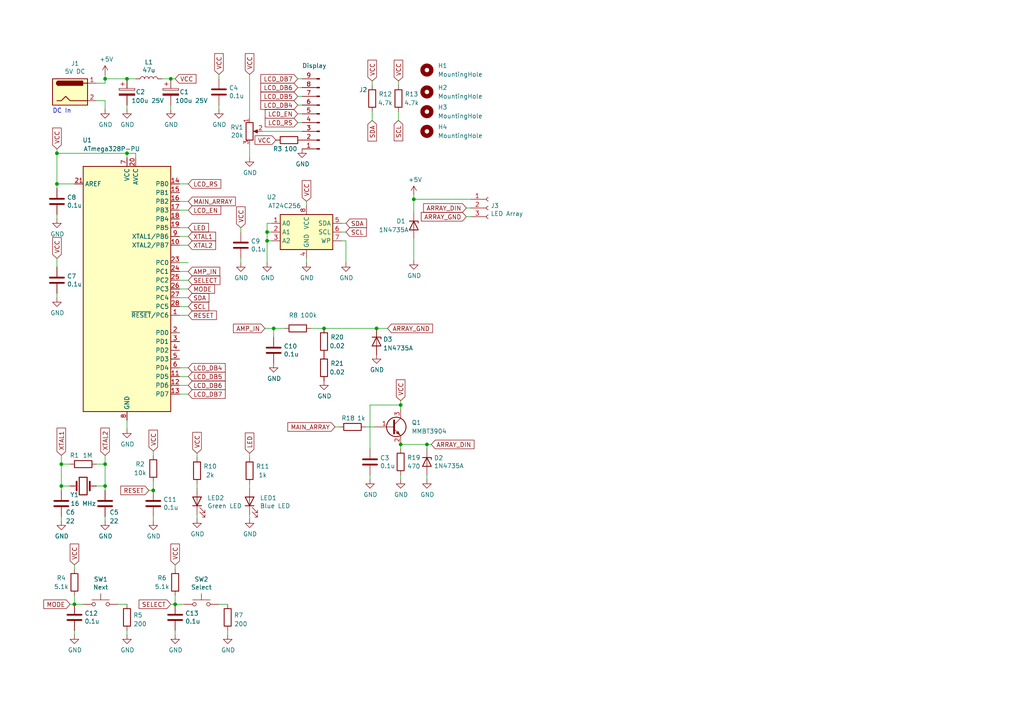
<source format=kicad_sch>
(kicad_sch (version 20230121) (generator eeschema)

  (uuid 7f83cbfe-a208-4de9-8c02-ceb8142a9bf2)

  (paper "A4")

  (lib_symbols
    (symbol "Connector:Barrel_Jack" (pin_names (offset 1.016)) (in_bom yes) (on_board yes)
      (property "Reference" "J" (at 0 5.334 0)
        (effects (font (size 1.27 1.27)))
      )
      (property "Value" "Barrel_Jack" (at 0 -5.08 0)
        (effects (font (size 1.27 1.27)))
      )
      (property "Footprint" "" (at 1.27 -1.016 0)
        (effects (font (size 1.27 1.27)) hide)
      )
      (property "Datasheet" "~" (at 1.27 -1.016 0)
        (effects (font (size 1.27 1.27)) hide)
      )
      (property "ki_keywords" "DC power barrel jack connector" (at 0 0 0)
        (effects (font (size 1.27 1.27)) hide)
      )
      (property "ki_description" "DC Barrel Jack" (at 0 0 0)
        (effects (font (size 1.27 1.27)) hide)
      )
      (property "ki_fp_filters" "BarrelJack*" (at 0 0 0)
        (effects (font (size 1.27 1.27)) hide)
      )
      (symbol "Barrel_Jack_0_1"
        (rectangle (start -5.08 3.81) (end 5.08 -3.81)
          (stroke (width 0.254) (type default))
          (fill (type background))
        )
        (arc (start -3.302 3.175) (mid -3.9343 2.54) (end -3.302 1.905)
          (stroke (width 0.254) (type default))
          (fill (type none))
        )
        (arc (start -3.302 3.175) (mid -3.9343 2.54) (end -3.302 1.905)
          (stroke (width 0.254) (type default))
          (fill (type outline))
        )
        (polyline
          (pts
            (xy 5.08 2.54)
            (xy 3.81 2.54)
          )
          (stroke (width 0.254) (type default))
          (fill (type none))
        )
        (polyline
          (pts
            (xy -3.81 -2.54)
            (xy -2.54 -2.54)
            (xy -1.27 -1.27)
            (xy 0 -2.54)
            (xy 2.54 -2.54)
            (xy 5.08 -2.54)
          )
          (stroke (width 0.254) (type default))
          (fill (type none))
        )
        (rectangle (start 3.683 3.175) (end -3.302 1.905)
          (stroke (width 0.254) (type default))
          (fill (type outline))
        )
      )
      (symbol "Barrel_Jack_1_1"
        (pin passive line (at 7.62 2.54 180) (length 2.54)
          (name "~" (effects (font (size 1.27 1.27))))
          (number "1" (effects (font (size 1.27 1.27))))
        )
        (pin passive line (at 7.62 -2.54 180) (length 2.54)
          (name "~" (effects (font (size 1.27 1.27))))
          (number "2" (effects (font (size 1.27 1.27))))
        )
      )
    )
    (symbol "Connector:Conn_01x09_Pin" (pin_names (offset 1.016) hide) (in_bom yes) (on_board yes)
      (property "Reference" "J" (at 0 12.7 0)
        (effects (font (size 1.27 1.27)))
      )
      (property "Value" "Conn_01x09_Pin" (at 0 -12.7 0)
        (effects (font (size 1.27 1.27)))
      )
      (property "Footprint" "" (at 0 0 0)
        (effects (font (size 1.27 1.27)) hide)
      )
      (property "Datasheet" "~" (at 0 0 0)
        (effects (font (size 1.27 1.27)) hide)
      )
      (property "ki_locked" "" (at 0 0 0)
        (effects (font (size 1.27 1.27)))
      )
      (property "ki_keywords" "connector" (at 0 0 0)
        (effects (font (size 1.27 1.27)) hide)
      )
      (property "ki_description" "Generic connector, single row, 01x09, script generated" (at 0 0 0)
        (effects (font (size 1.27 1.27)) hide)
      )
      (property "ki_fp_filters" "Connector*:*_1x??_*" (at 0 0 0)
        (effects (font (size 1.27 1.27)) hide)
      )
      (symbol "Conn_01x09_Pin_1_1"
        (polyline
          (pts
            (xy 1.27 -10.16)
            (xy 0.8636 -10.16)
          )
          (stroke (width 0.1524) (type default))
          (fill (type none))
        )
        (polyline
          (pts
            (xy 1.27 -7.62)
            (xy 0.8636 -7.62)
          )
          (stroke (width 0.1524) (type default))
          (fill (type none))
        )
        (polyline
          (pts
            (xy 1.27 -5.08)
            (xy 0.8636 -5.08)
          )
          (stroke (width 0.1524) (type default))
          (fill (type none))
        )
        (polyline
          (pts
            (xy 1.27 -2.54)
            (xy 0.8636 -2.54)
          )
          (stroke (width 0.1524) (type default))
          (fill (type none))
        )
        (polyline
          (pts
            (xy 1.27 0)
            (xy 0.8636 0)
          )
          (stroke (width 0.1524) (type default))
          (fill (type none))
        )
        (polyline
          (pts
            (xy 1.27 2.54)
            (xy 0.8636 2.54)
          )
          (stroke (width 0.1524) (type default))
          (fill (type none))
        )
        (polyline
          (pts
            (xy 1.27 5.08)
            (xy 0.8636 5.08)
          )
          (stroke (width 0.1524) (type default))
          (fill (type none))
        )
        (polyline
          (pts
            (xy 1.27 7.62)
            (xy 0.8636 7.62)
          )
          (stroke (width 0.1524) (type default))
          (fill (type none))
        )
        (polyline
          (pts
            (xy 1.27 10.16)
            (xy 0.8636 10.16)
          )
          (stroke (width 0.1524) (type default))
          (fill (type none))
        )
        (rectangle (start 0.8636 -10.033) (end 0 -10.287)
          (stroke (width 0.1524) (type default))
          (fill (type outline))
        )
        (rectangle (start 0.8636 -7.493) (end 0 -7.747)
          (stroke (width 0.1524) (type default))
          (fill (type outline))
        )
        (rectangle (start 0.8636 -4.953) (end 0 -5.207)
          (stroke (width 0.1524) (type default))
          (fill (type outline))
        )
        (rectangle (start 0.8636 -2.413) (end 0 -2.667)
          (stroke (width 0.1524) (type default))
          (fill (type outline))
        )
        (rectangle (start 0.8636 0.127) (end 0 -0.127)
          (stroke (width 0.1524) (type default))
          (fill (type outline))
        )
        (rectangle (start 0.8636 2.667) (end 0 2.413)
          (stroke (width 0.1524) (type default))
          (fill (type outline))
        )
        (rectangle (start 0.8636 5.207) (end 0 4.953)
          (stroke (width 0.1524) (type default))
          (fill (type outline))
        )
        (rectangle (start 0.8636 7.747) (end 0 7.493)
          (stroke (width 0.1524) (type default))
          (fill (type outline))
        )
        (rectangle (start 0.8636 10.287) (end 0 10.033)
          (stroke (width 0.1524) (type default))
          (fill (type outline))
        )
        (pin passive line (at 5.08 10.16 180) (length 3.81)
          (name "Pin_1" (effects (font (size 1.27 1.27))))
          (number "1" (effects (font (size 1.27 1.27))))
        )
        (pin passive line (at 5.08 7.62 180) (length 3.81)
          (name "Pin_2" (effects (font (size 1.27 1.27))))
          (number "2" (effects (font (size 1.27 1.27))))
        )
        (pin passive line (at 5.08 5.08 180) (length 3.81)
          (name "Pin_3" (effects (font (size 1.27 1.27))))
          (number "3" (effects (font (size 1.27 1.27))))
        )
        (pin passive line (at 5.08 2.54 180) (length 3.81)
          (name "Pin_4" (effects (font (size 1.27 1.27))))
          (number "4" (effects (font (size 1.27 1.27))))
        )
        (pin passive line (at 5.08 0 180) (length 3.81)
          (name "Pin_5" (effects (font (size 1.27 1.27))))
          (number "5" (effects (font (size 1.27 1.27))))
        )
        (pin passive line (at 5.08 -2.54 180) (length 3.81)
          (name "Pin_6" (effects (font (size 1.27 1.27))))
          (number "6" (effects (font (size 1.27 1.27))))
        )
        (pin passive line (at 5.08 -5.08 180) (length 3.81)
          (name "Pin_7" (effects (font (size 1.27 1.27))))
          (number "7" (effects (font (size 1.27 1.27))))
        )
        (pin passive line (at 5.08 -7.62 180) (length 3.81)
          (name "Pin_8" (effects (font (size 1.27 1.27))))
          (number "8" (effects (font (size 1.27 1.27))))
        )
        (pin passive line (at 5.08 -10.16 180) (length 3.81)
          (name "Pin_9" (effects (font (size 1.27 1.27))))
          (number "9" (effects (font (size 1.27 1.27))))
        )
      )
    )
    (symbol "Device:C" (pin_numbers hide) (pin_names (offset 0.254)) (in_bom yes) (on_board yes)
      (property "Reference" "C" (at 0.635 2.54 0)
        (effects (font (size 1.27 1.27)) (justify left))
      )
      (property "Value" "C" (at 0.635 -2.54 0)
        (effects (font (size 1.27 1.27)) (justify left))
      )
      (property "Footprint" "" (at 0.9652 -3.81 0)
        (effects (font (size 1.27 1.27)) hide)
      )
      (property "Datasheet" "~" (at 0 0 0)
        (effects (font (size 1.27 1.27)) hide)
      )
      (property "ki_keywords" "cap capacitor" (at 0 0 0)
        (effects (font (size 1.27 1.27)) hide)
      )
      (property "ki_description" "Unpolarized capacitor" (at 0 0 0)
        (effects (font (size 1.27 1.27)) hide)
      )
      (property "ki_fp_filters" "C_*" (at 0 0 0)
        (effects (font (size 1.27 1.27)) hide)
      )
      (symbol "C_0_1"
        (polyline
          (pts
            (xy -2.032 -0.762)
            (xy 2.032 -0.762)
          )
          (stroke (width 0.508) (type default))
          (fill (type none))
        )
        (polyline
          (pts
            (xy -2.032 0.762)
            (xy 2.032 0.762)
          )
          (stroke (width 0.508) (type default))
          (fill (type none))
        )
      )
      (symbol "C_1_1"
        (pin passive line (at 0 3.81 270) (length 2.794)
          (name "~" (effects (font (size 1.27 1.27))))
          (number "1" (effects (font (size 1.27 1.27))))
        )
        (pin passive line (at 0 -3.81 90) (length 2.794)
          (name "~" (effects (font (size 1.27 1.27))))
          (number "2" (effects (font (size 1.27 1.27))))
        )
      )
    )
    (symbol "Device:Crystal" (pin_numbers hide) (pin_names (offset 1.016) hide) (in_bom yes) (on_board yes)
      (property "Reference" "Y" (at 0 3.81 0)
        (effects (font (size 1.27 1.27)))
      )
      (property "Value" "Crystal" (at 0 -3.81 0)
        (effects (font (size 1.27 1.27)))
      )
      (property "Footprint" "" (at 0 0 0)
        (effects (font (size 1.27 1.27)) hide)
      )
      (property "Datasheet" "~" (at 0 0 0)
        (effects (font (size 1.27 1.27)) hide)
      )
      (property "ki_keywords" "quartz ceramic resonator oscillator" (at 0 0 0)
        (effects (font (size 1.27 1.27)) hide)
      )
      (property "ki_description" "Two pin crystal" (at 0 0 0)
        (effects (font (size 1.27 1.27)) hide)
      )
      (property "ki_fp_filters" "Crystal*" (at 0 0 0)
        (effects (font (size 1.27 1.27)) hide)
      )
      (symbol "Crystal_0_1"
        (rectangle (start -1.143 2.54) (end 1.143 -2.54)
          (stroke (width 0.3048) (type default))
          (fill (type none))
        )
        (polyline
          (pts
            (xy -2.54 0)
            (xy -1.905 0)
          )
          (stroke (width 0) (type default))
          (fill (type none))
        )
        (polyline
          (pts
            (xy -1.905 -1.27)
            (xy -1.905 1.27)
          )
          (stroke (width 0.508) (type default))
          (fill (type none))
        )
        (polyline
          (pts
            (xy 1.905 -1.27)
            (xy 1.905 1.27)
          )
          (stroke (width 0.508) (type default))
          (fill (type none))
        )
        (polyline
          (pts
            (xy 2.54 0)
            (xy 1.905 0)
          )
          (stroke (width 0) (type default))
          (fill (type none))
        )
      )
      (symbol "Crystal_1_1"
        (pin passive line (at -3.81 0 0) (length 1.27)
          (name "1" (effects (font (size 1.27 1.27))))
          (number "1" (effects (font (size 1.27 1.27))))
        )
        (pin passive line (at 3.81 0 180) (length 1.27)
          (name "2" (effects (font (size 1.27 1.27))))
          (number "2" (effects (font (size 1.27 1.27))))
        )
      )
    )
    (symbol "Device:L" (pin_numbers hide) (pin_names (offset 1.016) hide) (in_bom yes) (on_board yes)
      (property "Reference" "L" (at -1.27 0 90)
        (effects (font (size 1.27 1.27)))
      )
      (property "Value" "L" (at 1.905 0 90)
        (effects (font (size 1.27 1.27)))
      )
      (property "Footprint" "" (at 0 0 0)
        (effects (font (size 1.27 1.27)) hide)
      )
      (property "Datasheet" "~" (at 0 0 0)
        (effects (font (size 1.27 1.27)) hide)
      )
      (property "ki_keywords" "inductor choke coil reactor magnetic" (at 0 0 0)
        (effects (font (size 1.27 1.27)) hide)
      )
      (property "ki_description" "Inductor" (at 0 0 0)
        (effects (font (size 1.27 1.27)) hide)
      )
      (property "ki_fp_filters" "Choke_* *Coil* Inductor_* L_*" (at 0 0 0)
        (effects (font (size 1.27 1.27)) hide)
      )
      (symbol "L_0_1"
        (arc (start 0 -2.54) (mid 0.6323 -1.905) (end 0 -1.27)
          (stroke (width 0) (type default))
          (fill (type none))
        )
        (arc (start 0 -1.27) (mid 0.6323 -0.635) (end 0 0)
          (stroke (width 0) (type default))
          (fill (type none))
        )
        (arc (start 0 0) (mid 0.6323 0.635) (end 0 1.27)
          (stroke (width 0) (type default))
          (fill (type none))
        )
        (arc (start 0 1.27) (mid 0.6323 1.905) (end 0 2.54)
          (stroke (width 0) (type default))
          (fill (type none))
        )
      )
      (symbol "L_1_1"
        (pin passive line (at 0 3.81 270) (length 1.27)
          (name "1" (effects (font (size 1.27 1.27))))
          (number "1" (effects (font (size 1.27 1.27))))
        )
        (pin passive line (at 0 -3.81 90) (length 1.27)
          (name "2" (effects (font (size 1.27 1.27))))
          (number "2" (effects (font (size 1.27 1.27))))
        )
      )
    )
    (symbol "Device:LED" (pin_numbers hide) (pin_names (offset 1.016) hide) (in_bom yes) (on_board yes)
      (property "Reference" "D" (at 0 2.54 0)
        (effects (font (size 1.27 1.27)))
      )
      (property "Value" "LED" (at 0 -2.54 0)
        (effects (font (size 1.27 1.27)))
      )
      (property "Footprint" "" (at 0 0 0)
        (effects (font (size 1.27 1.27)) hide)
      )
      (property "Datasheet" "~" (at 0 0 0)
        (effects (font (size 1.27 1.27)) hide)
      )
      (property "ki_keywords" "LED diode" (at 0 0 0)
        (effects (font (size 1.27 1.27)) hide)
      )
      (property "ki_description" "Light emitting diode" (at 0 0 0)
        (effects (font (size 1.27 1.27)) hide)
      )
      (property "ki_fp_filters" "LED* LED_SMD:* LED_THT:*" (at 0 0 0)
        (effects (font (size 1.27 1.27)) hide)
      )
      (symbol "LED_0_1"
        (polyline
          (pts
            (xy -1.27 -1.27)
            (xy -1.27 1.27)
          )
          (stroke (width 0.254) (type default))
          (fill (type none))
        )
        (polyline
          (pts
            (xy -1.27 0)
            (xy 1.27 0)
          )
          (stroke (width 0) (type default))
          (fill (type none))
        )
        (polyline
          (pts
            (xy 1.27 -1.27)
            (xy 1.27 1.27)
            (xy -1.27 0)
            (xy 1.27 -1.27)
          )
          (stroke (width 0.254) (type default))
          (fill (type none))
        )
        (polyline
          (pts
            (xy -3.048 -0.762)
            (xy -4.572 -2.286)
            (xy -3.81 -2.286)
            (xy -4.572 -2.286)
            (xy -4.572 -1.524)
          )
          (stroke (width 0) (type default))
          (fill (type none))
        )
        (polyline
          (pts
            (xy -1.778 -0.762)
            (xy -3.302 -2.286)
            (xy -2.54 -2.286)
            (xy -3.302 -2.286)
            (xy -3.302 -1.524)
          )
          (stroke (width 0) (type default))
          (fill (type none))
        )
      )
      (symbol "LED_1_1"
        (pin passive line (at -3.81 0 0) (length 2.54)
          (name "K" (effects (font (size 1.27 1.27))))
          (number "1" (effects (font (size 1.27 1.27))))
        )
        (pin passive line (at 3.81 0 180) (length 2.54)
          (name "A" (effects (font (size 1.27 1.27))))
          (number "2" (effects (font (size 1.27 1.27))))
        )
      )
    )
    (symbol "Device:R" (pin_numbers hide) (pin_names (offset 0)) (in_bom yes) (on_board yes)
      (property "Reference" "R" (at 2.032 0 90)
        (effects (font (size 1.27 1.27)))
      )
      (property "Value" "R" (at 0 0 90)
        (effects (font (size 1.27 1.27)))
      )
      (property "Footprint" "" (at -1.778 0 90)
        (effects (font (size 1.27 1.27)) hide)
      )
      (property "Datasheet" "~" (at 0 0 0)
        (effects (font (size 1.27 1.27)) hide)
      )
      (property "ki_keywords" "R res resistor" (at 0 0 0)
        (effects (font (size 1.27 1.27)) hide)
      )
      (property "ki_description" "Resistor" (at 0 0 0)
        (effects (font (size 1.27 1.27)) hide)
      )
      (property "ki_fp_filters" "R_*" (at 0 0 0)
        (effects (font (size 1.27 1.27)) hide)
      )
      (symbol "R_0_1"
        (rectangle (start -1.016 -2.54) (end 1.016 2.54)
          (stroke (width 0.254) (type default))
          (fill (type none))
        )
      )
      (symbol "R_1_1"
        (pin passive line (at 0 3.81 270) (length 1.27)
          (name "~" (effects (font (size 1.27 1.27))))
          (number "1" (effects (font (size 1.27 1.27))))
        )
        (pin passive line (at 0 -3.81 90) (length 1.27)
          (name "~" (effects (font (size 1.27 1.27))))
          (number "2" (effects (font (size 1.27 1.27))))
        )
      )
    )
    (symbol "Diode:1N47xxA" (pin_numbers hide) (pin_names hide) (in_bom yes) (on_board yes)
      (property "Reference" "D" (at 0 2.54 0)
        (effects (font (size 1.27 1.27)))
      )
      (property "Value" "1N47xxA" (at 0 -2.54 0)
        (effects (font (size 1.27 1.27)))
      )
      (property "Footprint" "Diode_THT:D_DO-41_SOD81_P10.16mm_Horizontal" (at 0 -4.445 0)
        (effects (font (size 1.27 1.27)) hide)
      )
      (property "Datasheet" "https://www.vishay.com/docs/85816/1n4728a.pdf" (at 0 0 0)
        (effects (font (size 1.27 1.27)) hide)
      )
      (property "ki_keywords" "zener diode" (at 0 0 0)
        (effects (font (size 1.27 1.27)) hide)
      )
      (property "ki_description" "1300mW Silicon planar power Zener diodes, DO-41" (at 0 0 0)
        (effects (font (size 1.27 1.27)) hide)
      )
      (property "ki_fp_filters" "D*DO?41*" (at 0 0 0)
        (effects (font (size 1.27 1.27)) hide)
      )
      (symbol "1N47xxA_0_1"
        (polyline
          (pts
            (xy 1.27 0)
            (xy -1.27 0)
          )
          (stroke (width 0) (type default))
          (fill (type none))
        )
        (polyline
          (pts
            (xy -1.27 -1.27)
            (xy -1.27 1.27)
            (xy -0.762 1.27)
          )
          (stroke (width 0.254) (type default))
          (fill (type none))
        )
        (polyline
          (pts
            (xy 1.27 -1.27)
            (xy 1.27 1.27)
            (xy -1.27 0)
            (xy 1.27 -1.27)
          )
          (stroke (width 0.254) (type default))
          (fill (type none))
        )
      )
      (symbol "1N47xxA_1_1"
        (pin passive line (at -3.81 0 0) (length 2.54)
          (name "K" (effects (font (size 1.27 1.27))))
          (number "1" (effects (font (size 1.27 1.27))))
        )
        (pin passive line (at 3.81 0 180) (length 2.54)
          (name "A" (effects (font (size 1.27 1.27))))
          (number "2" (effects (font (size 1.27 1.27))))
        )
      )
    )
    (symbol "Mechanical:MountingHole" (pin_names (offset 1.016)) (in_bom yes) (on_board yes)
      (property "Reference" "H" (at 0 5.08 0)
        (effects (font (size 1.27 1.27)))
      )
      (property "Value" "MountingHole" (at 0 3.175 0)
        (effects (font (size 1.27 1.27)))
      )
      (property "Footprint" "" (at 0 0 0)
        (effects (font (size 1.27 1.27)) hide)
      )
      (property "Datasheet" "~" (at 0 0 0)
        (effects (font (size 1.27 1.27)) hide)
      )
      (property "ki_keywords" "mounting hole" (at 0 0 0)
        (effects (font (size 1.27 1.27)) hide)
      )
      (property "ki_description" "Mounting Hole without connection" (at 0 0 0)
        (effects (font (size 1.27 1.27)) hide)
      )
      (property "ki_fp_filters" "MountingHole*" (at 0 0 0)
        (effects (font (size 1.27 1.27)) hide)
      )
      (symbol "MountingHole_0_1"
        (circle (center 0 0) (radius 1.27)
          (stroke (width 1.27) (type default))
          (fill (type none))
        )
      )
    )
    (symbol "Memory_EEPROM:CAT24C256" (in_bom yes) (on_board yes)
      (property "Reference" "U" (at -6.35 6.35 0)
        (effects (font (size 1.27 1.27)))
      )
      (property "Value" "CAT24C256" (at 1.27 6.35 0)
        (effects (font (size 1.27 1.27)) (justify left))
      )
      (property "Footprint" "" (at 0 0 0)
        (effects (font (size 1.27 1.27)) hide)
      )
      (property "Datasheet" "https://www.onsemi.cn/PowerSolutions/document/CAT24C256-D.PDF" (at 0 0 0)
        (effects (font (size 1.27 1.27)) hide)
      )
      (property "ki_keywords" "I2C EEPROM Serial 256kb" (at 0 0 0)
        (effects (font (size 1.27 1.27)) hide)
      )
      (property "ki_description" "256 kb CMOS Serial EEPROM, DIP-8/SOIC-8/TSSOP-8/DFN-8" (at 0 0 0)
        (effects (font (size 1.27 1.27)) hide)
      )
      (property "ki_fp_filters" "DIP*W7.62mm* SOIC*3.9x4.9mm* TSSOP*4.4x3mm*P0.65mm* DFN*3x2mm*P0.5mm*" (at 0 0 0)
        (effects (font (size 1.27 1.27)) hide)
      )
      (symbol "CAT24C256_1_1"
        (rectangle (start -7.62 5.08) (end 7.62 -5.08)
          (stroke (width 0.254) (type default))
          (fill (type background))
        )
        (pin input line (at -10.16 2.54 0) (length 2.54)
          (name "A0" (effects (font (size 1.27 1.27))))
          (number "1" (effects (font (size 1.27 1.27))))
        )
        (pin input line (at -10.16 0 0) (length 2.54)
          (name "A1" (effects (font (size 1.27 1.27))))
          (number "2" (effects (font (size 1.27 1.27))))
        )
        (pin input line (at -10.16 -2.54 0) (length 2.54)
          (name "A2" (effects (font (size 1.27 1.27))))
          (number "3" (effects (font (size 1.27 1.27))))
        )
        (pin power_in line (at 0 -7.62 90) (length 2.54)
          (name "GND" (effects (font (size 1.27 1.27))))
          (number "4" (effects (font (size 1.27 1.27))))
        )
        (pin bidirectional line (at 10.16 2.54 180) (length 2.54)
          (name "SDA" (effects (font (size 1.27 1.27))))
          (number "5" (effects (font (size 1.27 1.27))))
        )
        (pin input line (at 10.16 0 180) (length 2.54)
          (name "SCL" (effects (font (size 1.27 1.27))))
          (number "6" (effects (font (size 1.27 1.27))))
        )
        (pin input line (at 10.16 -2.54 180) (length 2.54)
          (name "WP" (effects (font (size 1.27 1.27))))
          (number "7" (effects (font (size 1.27 1.27))))
        )
        (pin power_in line (at 0 7.62 270) (length 2.54)
          (name "VCC" (effects (font (size 1.27 1.27))))
          (number "8" (effects (font (size 1.27 1.27))))
        )
      )
    )
    (symbol "Switch:SW_Push" (pin_numbers hide) (pin_names (offset 1.016) hide) (in_bom yes) (on_board yes)
      (property "Reference" "SW" (at 1.27 2.54 0)
        (effects (font (size 1.27 1.27)) (justify left))
      )
      (property "Value" "SW_Push" (at 0 -1.524 0)
        (effects (font (size 1.27 1.27)))
      )
      (property "Footprint" "" (at 0 5.08 0)
        (effects (font (size 1.27 1.27)) hide)
      )
      (property "Datasheet" "~" (at 0 5.08 0)
        (effects (font (size 1.27 1.27)) hide)
      )
      (property "ki_keywords" "switch normally-open pushbutton push-button" (at 0 0 0)
        (effects (font (size 1.27 1.27)) hide)
      )
      (property "ki_description" "Push button switch, generic, two pins" (at 0 0 0)
        (effects (font (size 1.27 1.27)) hide)
      )
      (symbol "SW_Push_0_1"
        (circle (center -2.032 0) (radius 0.508)
          (stroke (width 0) (type default))
          (fill (type none))
        )
        (polyline
          (pts
            (xy 0 1.27)
            (xy 0 3.048)
          )
          (stroke (width 0) (type default))
          (fill (type none))
        )
        (polyline
          (pts
            (xy 2.54 1.27)
            (xy -2.54 1.27)
          )
          (stroke (width 0) (type default))
          (fill (type none))
        )
        (circle (center 2.032 0) (radius 0.508)
          (stroke (width 0) (type default))
          (fill (type none))
        )
        (pin passive line (at -5.08 0 0) (length 2.54)
          (name "1" (effects (font (size 1.27 1.27))))
          (number "1" (effects (font (size 1.27 1.27))))
        )
        (pin passive line (at 5.08 0 180) (length 2.54)
          (name "2" (effects (font (size 1.27 1.27))))
          (number "2" (effects (font (size 1.27 1.27))))
        )
      )
    )
    (symbol "Transistor_BJT:MMBT3904" (pin_names (offset 0) hide) (in_bom yes) (on_board yes)
      (property "Reference" "Q" (at 5.08 1.905 0)
        (effects (font (size 1.27 1.27)) (justify left))
      )
      (property "Value" "MMBT3904" (at 5.08 0 0)
        (effects (font (size 1.27 1.27)) (justify left))
      )
      (property "Footprint" "Package_TO_SOT_SMD:SOT-23" (at 5.08 -1.905 0)
        (effects (font (size 1.27 1.27) italic) (justify left) hide)
      )
      (property "Datasheet" "https://www.onsemi.com/pdf/datasheet/pzt3904-d.pdf" (at 0 0 0)
        (effects (font (size 1.27 1.27)) (justify left) hide)
      )
      (property "ki_keywords" "NPN Transistor" (at 0 0 0)
        (effects (font (size 1.27 1.27)) hide)
      )
      (property "ki_description" "0.2A Ic, 40V Vce, Small Signal NPN Transistor, SOT-23" (at 0 0 0)
        (effects (font (size 1.27 1.27)) hide)
      )
      (property "ki_fp_filters" "SOT?23*" (at 0 0 0)
        (effects (font (size 1.27 1.27)) hide)
      )
      (symbol "MMBT3904_0_1"
        (polyline
          (pts
            (xy 0.635 0.635)
            (xy 2.54 2.54)
          )
          (stroke (width 0) (type default))
          (fill (type none))
        )
        (polyline
          (pts
            (xy 0.635 -0.635)
            (xy 2.54 -2.54)
            (xy 2.54 -2.54)
          )
          (stroke (width 0) (type default))
          (fill (type none))
        )
        (polyline
          (pts
            (xy 0.635 1.905)
            (xy 0.635 -1.905)
            (xy 0.635 -1.905)
          )
          (stroke (width 0.508) (type default))
          (fill (type none))
        )
        (polyline
          (pts
            (xy 1.27 -1.778)
            (xy 1.778 -1.27)
            (xy 2.286 -2.286)
            (xy 1.27 -1.778)
            (xy 1.27 -1.778)
          )
          (stroke (width 0) (type default))
          (fill (type outline))
        )
        (circle (center 1.27 0) (radius 2.8194)
          (stroke (width 0.254) (type default))
          (fill (type none))
        )
      )
      (symbol "MMBT3904_1_1"
        (pin input line (at -5.08 0 0) (length 5.715)
          (name "B" (effects (font (size 1.27 1.27))))
          (number "1" (effects (font (size 1.27 1.27))))
        )
        (pin passive line (at 2.54 -5.08 90) (length 2.54)
          (name "E" (effects (font (size 1.27 1.27))))
          (number "2" (effects (font (size 1.27 1.27))))
        )
        (pin passive line (at 2.54 5.08 270) (length 2.54)
          (name "C" (effects (font (size 1.27 1.27))))
          (number "3" (effects (font (size 1.27 1.27))))
        )
      )
    )
    (symbol "ambient-rescue:ATmega328P-PU-MCU_Microchip_ATmega" (in_bom yes) (on_board yes)
      (property "Reference" "U" (at -12.7 36.83 0)
        (effects (font (size 1.27 1.27)) (justify left bottom))
      )
      (property "Value" "MCU_Microchip_ATmega_ATmega328P-PU" (at 2.54 -36.83 0)
        (effects (font (size 1.27 1.27)) (justify left top))
      )
      (property "Footprint" "Package_DIP:DIP-28_W7.62mm" (at 0 0 0)
        (effects (font (size 1.27 1.27) italic) hide)
      )
      (property "Datasheet" "" (at 0 0 0)
        (effects (font (size 1.27 1.27)) hide)
      )
      (property "ki_fp_filters" "DIP*W7.62mm*" (at 0 0 0)
        (effects (font (size 1.27 1.27)) hide)
      )
      (symbol "ATmega328P-PU-MCU_Microchip_ATmega_0_1"
        (rectangle (start -12.7 -35.56) (end 12.7 35.56)
          (stroke (width 0.254) (type solid))
          (fill (type background))
        )
      )
      (symbol "ATmega328P-PU-MCU_Microchip_ATmega_1_1"
        (pin bidirectional line (at 15.24 -7.62 180) (length 2.54)
          (name "~{RESET}/PC6" (effects (font (size 1.27 1.27))))
          (number "1" (effects (font (size 1.27 1.27))))
        )
        (pin bidirectional line (at 15.24 12.7 180) (length 2.54)
          (name "XTAL2/PB7" (effects (font (size 1.27 1.27))))
          (number "10" (effects (font (size 1.27 1.27))))
        )
        (pin bidirectional line (at 15.24 -25.4 180) (length 2.54)
          (name "PD5" (effects (font (size 1.27 1.27))))
          (number "11" (effects (font (size 1.27 1.27))))
        )
        (pin bidirectional line (at 15.24 -27.94 180) (length 2.54)
          (name "PD6" (effects (font (size 1.27 1.27))))
          (number "12" (effects (font (size 1.27 1.27))))
        )
        (pin bidirectional line (at 15.24 -30.48 180) (length 2.54)
          (name "PD7" (effects (font (size 1.27 1.27))))
          (number "13" (effects (font (size 1.27 1.27))))
        )
        (pin bidirectional line (at 15.24 30.48 180) (length 2.54)
          (name "PB0" (effects (font (size 1.27 1.27))))
          (number "14" (effects (font (size 1.27 1.27))))
        )
        (pin bidirectional line (at 15.24 27.94 180) (length 2.54)
          (name "PB1" (effects (font (size 1.27 1.27))))
          (number "15" (effects (font (size 1.27 1.27))))
        )
        (pin bidirectional line (at 15.24 25.4 180) (length 2.54)
          (name "PB2" (effects (font (size 1.27 1.27))))
          (number "16" (effects (font (size 1.27 1.27))))
        )
        (pin bidirectional line (at 15.24 22.86 180) (length 2.54)
          (name "PB3" (effects (font (size 1.27 1.27))))
          (number "17" (effects (font (size 1.27 1.27))))
        )
        (pin bidirectional line (at 15.24 20.32 180) (length 2.54)
          (name "PB4" (effects (font (size 1.27 1.27))))
          (number "18" (effects (font (size 1.27 1.27))))
        )
        (pin bidirectional line (at 15.24 17.78 180) (length 2.54)
          (name "PB5" (effects (font (size 1.27 1.27))))
          (number "19" (effects (font (size 1.27 1.27))))
        )
        (pin bidirectional line (at 15.24 -12.7 180) (length 2.54)
          (name "PD0" (effects (font (size 1.27 1.27))))
          (number "2" (effects (font (size 1.27 1.27))))
        )
        (pin power_in line (at 2.54 38.1 270) (length 2.54)
          (name "AVCC" (effects (font (size 1.27 1.27))))
          (number "20" (effects (font (size 1.27 1.27))))
        )
        (pin passive line (at -15.24 30.48 0) (length 2.54)
          (name "AREF" (effects (font (size 1.27 1.27))))
          (number "21" (effects (font (size 1.27 1.27))))
        )
        (pin passive line (at 0 -38.1 90) (length 2.54) hide
          (name "GND" (effects (font (size 1.27 1.27))))
          (number "22" (effects (font (size 1.27 1.27))))
        )
        (pin bidirectional line (at 15.24 7.62 180) (length 2.54)
          (name "PC0" (effects (font (size 1.27 1.27))))
          (number "23" (effects (font (size 1.27 1.27))))
        )
        (pin bidirectional line (at 15.24 5.08 180) (length 2.54)
          (name "PC1" (effects (font (size 1.27 1.27))))
          (number "24" (effects (font (size 1.27 1.27))))
        )
        (pin bidirectional line (at 15.24 2.54 180) (length 2.54)
          (name "PC2" (effects (font (size 1.27 1.27))))
          (number "25" (effects (font (size 1.27 1.27))))
        )
        (pin bidirectional line (at 15.24 0 180) (length 2.54)
          (name "PC3" (effects (font (size 1.27 1.27))))
          (number "26" (effects (font (size 1.27 1.27))))
        )
        (pin bidirectional line (at 15.24 -2.54 180) (length 2.54)
          (name "PC4" (effects (font (size 1.27 1.27))))
          (number "27" (effects (font (size 1.27 1.27))))
        )
        (pin bidirectional line (at 15.24 -5.08 180) (length 2.54)
          (name "PC5" (effects (font (size 1.27 1.27))))
          (number "28" (effects (font (size 1.27 1.27))))
        )
        (pin bidirectional line (at 15.24 -15.24 180) (length 2.54)
          (name "PD1" (effects (font (size 1.27 1.27))))
          (number "3" (effects (font (size 1.27 1.27))))
        )
        (pin bidirectional line (at 15.24 -17.78 180) (length 2.54)
          (name "PD2" (effects (font (size 1.27 1.27))))
          (number "4" (effects (font (size 1.27 1.27))))
        )
        (pin bidirectional line (at 15.24 -20.32 180) (length 2.54)
          (name "PD3" (effects (font (size 1.27 1.27))))
          (number "5" (effects (font (size 1.27 1.27))))
        )
        (pin bidirectional line (at 15.24 -22.86 180) (length 2.54)
          (name "PD4" (effects (font (size 1.27 1.27))))
          (number "6" (effects (font (size 1.27 1.27))))
        )
        (pin power_in line (at 0 38.1 270) (length 2.54)
          (name "VCC" (effects (font (size 1.27 1.27))))
          (number "7" (effects (font (size 1.27 1.27))))
        )
        (pin power_in line (at 0 -38.1 90) (length 2.54)
          (name "GND" (effects (font (size 1.27 1.27))))
          (number "8" (effects (font (size 1.27 1.27))))
        )
        (pin bidirectional line (at 15.24 15.24 180) (length 2.54)
          (name "XTAL1/PB6" (effects (font (size 1.27 1.27))))
          (number "9" (effects (font (size 1.27 1.27))))
        )
      )
    )
    (symbol "ambient-rescue:CP-Device" (pin_numbers hide) (pin_names (offset 0.254)) (in_bom yes) (on_board yes)
      (property "Reference" "C" (at 0.635 2.54 0)
        (effects (font (size 1.27 1.27)) (justify left))
      )
      (property "Value" "Device_CP" (at 0.635 -2.54 0)
        (effects (font (size 1.27 1.27)) (justify left))
      )
      (property "Footprint" "" (at 0.9652 -3.81 0)
        (effects (font (size 1.27 1.27)) hide)
      )
      (property "Datasheet" "" (at 0 0 0)
        (effects (font (size 1.27 1.27)) hide)
      )
      (property "ki_fp_filters" "CP_*" (at 0 0 0)
        (effects (font (size 1.27 1.27)) hide)
      )
      (symbol "CP-Device_0_1"
        (rectangle (start -2.286 0.508) (end 2.286 1.016)
          (stroke (width 0) (type solid))
          (fill (type none))
        )
        (polyline
          (pts
            (xy -1.778 2.286)
            (xy -0.762 2.286)
          )
          (stroke (width 0) (type solid))
          (fill (type none))
        )
        (polyline
          (pts
            (xy -1.27 2.794)
            (xy -1.27 1.778)
          )
          (stroke (width 0) (type solid))
          (fill (type none))
        )
        (rectangle (start 2.286 -0.508) (end -2.286 -1.016)
          (stroke (width 0) (type solid))
          (fill (type outline))
        )
      )
      (symbol "CP-Device_1_1"
        (pin passive line (at 0 3.81 270) (length 2.794)
          (name "~" (effects (font (size 1.27 1.27))))
          (number "1" (effects (font (size 1.27 1.27))))
        )
        (pin passive line (at 0 -3.81 90) (length 2.794)
          (name "~" (effects (font (size 1.27 1.27))))
          (number "2" (effects (font (size 1.27 1.27))))
        )
      )
    )
    (symbol "ambient-rescue:Conn_01x03_Female-Connector" (pin_names (offset 1.016) hide) (in_bom yes) (on_board yes)
      (property "Reference" "J" (at 0 5.08 0)
        (effects (font (size 1.27 1.27)))
      )
      (property "Value" "Connector_Conn_01x03_Female" (at 0 -5.08 0)
        (effects (font (size 1.27 1.27)))
      )
      (property "Footprint" "" (at 0 0 0)
        (effects (font (size 1.27 1.27)) hide)
      )
      (property "Datasheet" "" (at 0 0 0)
        (effects (font (size 1.27 1.27)) hide)
      )
      (property "ki_fp_filters" "Connector*:*_1x??_*" (at 0 0 0)
        (effects (font (size 1.27 1.27)) hide)
      )
      (symbol "Conn_01x03_Female-Connector_1_1"
        (arc (start 0 -2.032) (mid -0.5058 -2.54) (end 0 -3.048)
          (stroke (width 0.1524) (type solid))
          (fill (type none))
        )
        (polyline
          (pts
            (xy -1.27 -2.54)
            (xy -0.508 -2.54)
          )
          (stroke (width 0.1524) (type solid))
          (fill (type none))
        )
        (polyline
          (pts
            (xy -1.27 0)
            (xy -0.508 0)
          )
          (stroke (width 0.1524) (type solid))
          (fill (type none))
        )
        (polyline
          (pts
            (xy -1.27 2.54)
            (xy -0.508 2.54)
          )
          (stroke (width 0.1524) (type solid))
          (fill (type none))
        )
        (arc (start 0 0.508) (mid -0.5058 0) (end 0 -0.508)
          (stroke (width 0.1524) (type solid))
          (fill (type none))
        )
        (arc (start 0 3.048) (mid -0.5058 2.54) (end 0 2.032)
          (stroke (width 0.1524) (type solid))
          (fill (type none))
        )
        (pin passive line (at -5.08 2.54 0) (length 3.81)
          (name "Pin_1" (effects (font (size 1.27 1.27))))
          (number "1" (effects (font (size 1.27 1.27))))
        )
        (pin passive line (at -5.08 0 0) (length 3.81)
          (name "Pin_2" (effects (font (size 1.27 1.27))))
          (number "2" (effects (font (size 1.27 1.27))))
        )
        (pin passive line (at -5.08 -2.54 0) (length 3.81)
          (name "Pin_3" (effects (font (size 1.27 1.27))))
          (number "3" (effects (font (size 1.27 1.27))))
        )
      )
    )
    (symbol "ambient-rescue:R_POT-Device" (pin_names (offset 1.016) hide) (in_bom yes) (on_board yes)
      (property "Reference" "RV" (at -4.445 0 90)
        (effects (font (size 1.27 1.27)))
      )
      (property "Value" "Device_R_POT" (at -2.54 0 90)
        (effects (font (size 1.27 1.27)))
      )
      (property "Footprint" "" (at 0 0 0)
        (effects (font (size 1.27 1.27)) hide)
      )
      (property "Datasheet" "" (at 0 0 0)
        (effects (font (size 1.27 1.27)) hide)
      )
      (property "ki_fp_filters" "Potentiometer*" (at 0 0 0)
        (effects (font (size 1.27 1.27)) hide)
      )
      (symbol "R_POT-Device_0_1"
        (polyline
          (pts
            (xy 2.54 0)
            (xy 1.524 0)
          )
          (stroke (width 0) (type solid))
          (fill (type none))
        )
        (polyline
          (pts
            (xy 1.143 0)
            (xy 2.286 0.508)
            (xy 2.286 -0.508)
            (xy 1.143 0)
          )
          (stroke (width 0) (type solid))
          (fill (type outline))
        )
        (rectangle (start 1.016 2.54) (end -1.016 -2.54)
          (stroke (width 0.254) (type solid))
          (fill (type none))
        )
      )
      (symbol "R_POT-Device_1_1"
        (pin passive line (at 0 3.81 270) (length 1.27)
          (name "1" (effects (font (size 1.27 1.27))))
          (number "1" (effects (font (size 1.27 1.27))))
        )
        (pin passive line (at 3.81 0 180) (length 1.27)
          (name "2" (effects (font (size 1.27 1.27))))
          (number "2" (effects (font (size 1.27 1.27))))
        )
        (pin passive line (at 0 -3.81 90) (length 1.27)
          (name "3" (effects (font (size 1.27 1.27))))
          (number "3" (effects (font (size 1.27 1.27))))
        )
      )
    )
    (symbol "power:+5V" (power) (pin_names (offset 0)) (in_bom yes) (on_board yes)
      (property "Reference" "#PWR" (at 0 -3.81 0)
        (effects (font (size 1.27 1.27)) hide)
      )
      (property "Value" "+5V" (at 0 3.556 0)
        (effects (font (size 1.27 1.27)))
      )
      (property "Footprint" "" (at 0 0 0)
        (effects (font (size 1.27 1.27)) hide)
      )
      (property "Datasheet" "" (at 0 0 0)
        (effects (font (size 1.27 1.27)) hide)
      )
      (property "ki_keywords" "global power" (at 0 0 0)
        (effects (font (size 1.27 1.27)) hide)
      )
      (property "ki_description" "Power symbol creates a global label with name \"+5V\"" (at 0 0 0)
        (effects (font (size 1.27 1.27)) hide)
      )
      (symbol "+5V_0_1"
        (polyline
          (pts
            (xy -0.762 1.27)
            (xy 0 2.54)
          )
          (stroke (width 0) (type default))
          (fill (type none))
        )
        (polyline
          (pts
            (xy 0 0)
            (xy 0 2.54)
          )
          (stroke (width 0) (type default))
          (fill (type none))
        )
        (polyline
          (pts
            (xy 0 2.54)
            (xy 0.762 1.27)
          )
          (stroke (width 0) (type default))
          (fill (type none))
        )
      )
      (symbol "+5V_1_1"
        (pin power_in line (at 0 0 90) (length 0) hide
          (name "+5V" (effects (font (size 1.27 1.27))))
          (number "1" (effects (font (size 1.27 1.27))))
        )
      )
    )
    (symbol "power:GND" (power) (pin_names (offset 0)) (in_bom yes) (on_board yes)
      (property "Reference" "#PWR" (at 0 -6.35 0)
        (effects (font (size 1.27 1.27)) hide)
      )
      (property "Value" "GND" (at 0 -3.81 0)
        (effects (font (size 1.27 1.27)))
      )
      (property "Footprint" "" (at 0 0 0)
        (effects (font (size 1.27 1.27)) hide)
      )
      (property "Datasheet" "" (at 0 0 0)
        (effects (font (size 1.27 1.27)) hide)
      )
      (property "ki_keywords" "global power" (at 0 0 0)
        (effects (font (size 1.27 1.27)) hide)
      )
      (property "ki_description" "Power symbol creates a global label with name \"GND\" , ground" (at 0 0 0)
        (effects (font (size 1.27 1.27)) hide)
      )
      (symbol "GND_0_1"
        (polyline
          (pts
            (xy 0 0)
            (xy 0 -1.27)
            (xy 1.27 -1.27)
            (xy 0 -2.54)
            (xy -1.27 -1.27)
            (xy 0 -1.27)
          )
          (stroke (width 0) (type default))
          (fill (type none))
        )
      )
      (symbol "GND_1_1"
        (pin power_in line (at 0 0 270) (length 0) hide
          (name "GND" (effects (font (size 1.27 1.27))))
          (number "1" (effects (font (size 1.27 1.27))))
        )
      )
    )
  )

  (junction (at 50.8 175.26) (diameter 0) (color 0 0 0 0)
    (uuid 07ec1b46-71af-4975-8d7b-435b8141e470)
  )
  (junction (at 93.98 95.25) (diameter 0) (color 0 0 0 0)
    (uuid 0ddd7477-38f7-48c2-a583-acfd9ac3a6fc)
  )
  (junction (at 44.45 142.24) (diameter 0) (color 0 0 0 0)
    (uuid 1e7b64b9-5aa5-4ab4-b3fd-b6b41d0ba3f4)
  )
  (junction (at 17.78 134.62) (diameter 0) (color 0 0 0 0)
    (uuid 20f71766-6c92-4a9f-90a6-cd17ab09facb)
  )
  (junction (at 109.22 95.25) (diameter 0) (color 0 0 0 0)
    (uuid 28637589-9c43-4f1f-9c12-ed4085c81aa6)
  )
  (junction (at 30.48 22.86) (diameter 0) (color 0 0 0 0)
    (uuid 33ad79db-a2e1-42c7-9615-1d250e5b1b98)
  )
  (junction (at 123.825 128.905) (diameter 0) (color 0 0 0 0)
    (uuid 60455fac-06b9-41a1-91ec-4d4cd77ce779)
  )
  (junction (at 116.205 128.905) (diameter 0) (color 0 0 0 0)
    (uuid 65a0ff36-de2c-4088-8c2a-349c0e4c1a8f)
  )
  (junction (at 30.48 140.97) (diameter 0) (color 0 0 0 0)
    (uuid 730e40f7-be76-410e-8f36-32854081747b)
  )
  (junction (at 30.48 134.62) (diameter 0) (color 0 0 0 0)
    (uuid 757aba59-59a8-4b65-98e8-ba9bd53021ac)
  )
  (junction (at 21.59 175.26) (diameter 0) (color 0 0 0 0)
    (uuid 7b038e44-4671-431f-9f76-1266e79016aa)
  )
  (junction (at 36.83 22.86) (diameter 0) (color 0 0 0 0)
    (uuid 7f1ed8b2-7a59-4ce8-b230-018ab599ee7d)
  )
  (junction (at 49.53 22.86) (diameter 0) (color 0 0 0 0)
    (uuid 85e7cf83-8fa5-47b8-abf7-778397ee3bf4)
  )
  (junction (at 77.47 69.85) (diameter 0) (color 0 0 0 0)
    (uuid 8ecab4dd-48e3-4575-b295-9f22be41f347)
  )
  (junction (at 120.015 57.785) (diameter 0) (color 0 0 0 0)
    (uuid 903f51ce-9d3a-45da-bd01-d9298c5c3292)
  )
  (junction (at 116.205 117.475) (diameter 0) (color 0 0 0 0)
    (uuid a40652d7-dee0-4394-ba7b-6081e38bd641)
  )
  (junction (at 17.78 140.97) (diameter 0) (color 0 0 0 0)
    (uuid aa98ec72-d7af-43f3-9606-80a324e5f717)
  )
  (junction (at 36.83 44.45) (diameter 0) (color 0 0 0 0)
    (uuid b033899b-5af2-43eb-98ce-4aca7d5b075c)
  )
  (junction (at 79.375 95.25) (diameter 0) (color 0 0 0 0)
    (uuid c6b6deb7-196d-46d3-b119-ef90cf96e8e5)
  )
  (junction (at 77.47 67.31) (diameter 0) (color 0 0 0 0)
    (uuid cf98ca21-bf82-437f-a660-7472591eb047)
  )
  (junction (at 16.51 53.34) (diameter 0) (color 0 0 0 0)
    (uuid cfb851ea-ad53-47c1-90f5-a6c7bc34e61f)
  )
  (junction (at 16.51 44.45) (diameter 0) (color 0 0 0 0)
    (uuid db3f1d52-19e2-4ee1-bfcf-9d76b8e585f3)
  )

  (wire (pts (xy 30.48 132.08) (xy 30.48 134.62))
    (stroke (width 0) (type default))
    (uuid 0008b6ec-3e7a-454f-a7ab-9c42085d059e)
  )
  (wire (pts (xy 86.36 27.94) (xy 87.63 27.94))
    (stroke (width 0) (type default))
    (uuid 05f1daaf-e99c-4902-9c3c-00bcc81ee892)
  )
  (wire (pts (xy 87.63 35.56) (xy 86.36 35.56))
    (stroke (width 0) (type default))
    (uuid 06acff53-01b9-4c41-8c6f-fc9d8660e519)
  )
  (wire (pts (xy 30.48 29.21) (xy 30.48 31.75))
    (stroke (width 0) (type default))
    (uuid 0a56df13-b144-4313-856e-efaa372fe3e2)
  )
  (wire (pts (xy 106.045 123.825) (xy 108.585 123.825))
    (stroke (width 0) (type default))
    (uuid 0dc42e89-87b8-4074-81f3-111ab45a8be9)
  )
  (wire (pts (xy 21.59 163.83) (xy 21.59 165.1))
    (stroke (width 0) (type default))
    (uuid 105c8ea1-700c-4d46-bf3b-a93020050516)
  )
  (wire (pts (xy 16.51 74.93) (xy 16.51 77.47))
    (stroke (width 0) (type default))
    (uuid 12ff5deb-4b67-4441-89a3-55a0afffeea2)
  )
  (wire (pts (xy 90.17 95.25) (xy 93.98 95.25))
    (stroke (width 0) (type default))
    (uuid 137baa98-ef11-42fd-9edf-e8078b7055c3)
  )
  (wire (pts (xy 52.07 76.2) (xy 54.61 76.2))
    (stroke (width 0) (type default))
    (uuid 137fbeba-7c15-43a5-bc6e-39bb18dfe054)
  )
  (wire (pts (xy 87.63 30.48) (xy 86.36 30.48))
    (stroke (width 0) (type default))
    (uuid 139a4026-be0a-433c-b551-8c87935ef34a)
  )
  (wire (pts (xy 36.83 22.86) (xy 39.37 22.86))
    (stroke (width 0) (type default))
    (uuid 15910219-d844-4efd-81b7-7b9ce475b5e7)
  )
  (wire (pts (xy 69.85 66.04) (xy 69.85 67.31))
    (stroke (width 0) (type default))
    (uuid 17fb65fd-0697-45b8-bbbb-1e5f94131d95)
  )
  (wire (pts (xy 50.8 163.83) (xy 50.8 165.1))
    (stroke (width 0) (type default))
    (uuid 18ffe02e-7d06-48b0-9838-4c4258e14d5c)
  )
  (wire (pts (xy 52.07 66.04) (xy 54.61 66.04))
    (stroke (width 0) (type default))
    (uuid 1b945d39-1308-48a0-b50b-dd112515151b)
  )
  (wire (pts (xy 123.825 128.905) (xy 125.095 128.905))
    (stroke (width 0) (type default))
    (uuid 21b3f981-215a-4e44-8b94-7bc7d751c5a8)
  )
  (wire (pts (xy 107.95 32.385) (xy 107.95 34.925))
    (stroke (width 0) (type default))
    (uuid 23745653-0704-45a0-bfef-014d87388fe3)
  )
  (wire (pts (xy 44.45 139.7) (xy 44.45 142.24))
    (stroke (width 0) (type default))
    (uuid 266a48bf-0e09-498a-b0f4-5a014aa9a5b7)
  )
  (wire (pts (xy 50.8 175.26) (xy 53.34 175.26))
    (stroke (width 0) (type default))
    (uuid 278f07f3-74f5-4481-a18e-e5c588c21003)
  )
  (wire (pts (xy 49.53 30.48) (xy 49.53 31.75))
    (stroke (width 0) (type default))
    (uuid 27ed7026-4c9f-4f54-b8a0-1657b1a8816a)
  )
  (wire (pts (xy 27.94 134.62) (xy 30.48 134.62))
    (stroke (width 0) (type default))
    (uuid 2d6d967c-38b8-4c10-8672-2cb67645c90f)
  )
  (wire (pts (xy 16.51 43.18) (xy 16.51 44.45))
    (stroke (width 0) (type default))
    (uuid 313649e5-0988-4ec4-8b0f-2f70da986bbf)
  )
  (wire (pts (xy 17.78 132.08) (xy 17.78 134.62))
    (stroke (width 0) (type default))
    (uuid 33c96734-5234-4e04-aec2-f17a9cb461b8)
  )
  (wire (pts (xy 46.99 22.86) (xy 49.53 22.86))
    (stroke (width 0) (type default))
    (uuid 34cba1ca-2142-431a-88c4-6d1bf0bf9d9a)
  )
  (wire (pts (xy 72.39 131.445) (xy 72.39 132.715))
    (stroke (width 0) (type default))
    (uuid 37ff38e0-d2b7-4c32-8f0a-1059ca152396)
  )
  (wire (pts (xy 54.61 109.22) (xy 52.07 109.22))
    (stroke (width 0) (type default))
    (uuid 393d7591-f4f9-47f9-b79a-4a3d99b66c07)
  )
  (wire (pts (xy 30.48 22.86) (xy 30.48 24.13))
    (stroke (width 0) (type default))
    (uuid 3cf1f1ee-aeeb-4cb0-a354-6a72fa05995d)
  )
  (wire (pts (xy 30.48 21.59) (xy 30.48 22.86))
    (stroke (width 0) (type default))
    (uuid 3d933201-63c1-433a-90af-2d33d8a35ef2)
  )
  (wire (pts (xy 34.29 175.26) (xy 36.83 175.26))
    (stroke (width 0) (type default))
    (uuid 3e334fdb-021f-4f43-8a34-7c9dc81443b7)
  )
  (wire (pts (xy 52.07 81.28) (xy 54.61 81.28))
    (stroke (width 0) (type default))
    (uuid 44a8c96c-e07c-4a76-9dba-1412373188dd)
  )
  (wire (pts (xy 77.47 76.2) (xy 77.47 69.85))
    (stroke (width 0) (type default))
    (uuid 45d0e286-8afe-46b7-8aa9-6064033fdc6b)
  )
  (wire (pts (xy 115.57 23.495) (xy 115.57 24.765))
    (stroke (width 0) (type default))
    (uuid 466314a7-ec96-41b4-87fc-c264592b9fa2)
  )
  (wire (pts (xy 52.07 91.44) (xy 54.61 91.44))
    (stroke (width 0) (type default))
    (uuid 47a72aec-2470-48aa-809c-f25b22ce9e48)
  )
  (wire (pts (xy 77.47 69.85) (xy 77.47 67.31))
    (stroke (width 0) (type default))
    (uuid 4a5401ba-0420-4325-9524-bdd54a52cfb2)
  )
  (wire (pts (xy 54.61 88.9) (xy 52.07 88.9))
    (stroke (width 0) (type default))
    (uuid 4ab0877e-4ee8-4e81-8a0b-98639233fe91)
  )
  (wire (pts (xy 52.07 86.36) (xy 54.61 86.36))
    (stroke (width 0) (type default))
    (uuid 4cde4fe3-6b39-4855-b15c-2a191d02b8b3)
  )
  (wire (pts (xy 50.8 22.86) (xy 49.53 22.86))
    (stroke (width 0) (type default))
    (uuid 4d6032bf-ba9b-4c18-ac6b-bf25910c3224)
  )
  (wire (pts (xy 107.315 130.175) (xy 107.315 117.475))
    (stroke (width 0) (type default))
    (uuid 4ed45bbc-9160-44ca-92cb-ad8929c37ccf)
  )
  (wire (pts (xy 50.8 172.72) (xy 50.8 175.26))
    (stroke (width 0) (type default))
    (uuid 50917ae1-b18a-4abf-a7d8-e9215accc386)
  )
  (wire (pts (xy 36.83 44.45) (xy 39.37 44.45))
    (stroke (width 0) (type default))
    (uuid 5475c7e6-8860-4fe4-abab-bb78af4a6247)
  )
  (wire (pts (xy 100.33 67.31) (xy 99.06 67.31))
    (stroke (width 0) (type default))
    (uuid 572a0c89-4e29-4129-b4b7-a013c135d66b)
  )
  (wire (pts (xy 49.53 175.26) (xy 50.8 175.26))
    (stroke (width 0) (type default))
    (uuid 58a96c95-5481-4306-ac83-06ad23badb44)
  )
  (wire (pts (xy 107.315 139.065) (xy 107.315 137.795))
    (stroke (width 0) (type default))
    (uuid 59696a79-ecaa-44ba-9a66-bcf984cc8e3a)
  )
  (wire (pts (xy 44.45 130.81) (xy 44.45 132.08))
    (stroke (width 0) (type default))
    (uuid 59ba7bdd-da02-415f-b790-d489c9acfe7b)
  )
  (wire (pts (xy 78.74 67.31) (xy 77.47 67.31))
    (stroke (width 0) (type default))
    (uuid 5a846da8-0bae-4b07-93a5-7cd66a1a8674)
  )
  (wire (pts (xy 115.57 32.385) (xy 115.57 34.925))
    (stroke (width 0) (type default))
    (uuid 5b7cacf9-8197-4dc2-bf53-fe9ab04bf07a)
  )
  (wire (pts (xy 79.375 95.25) (xy 82.55 95.25))
    (stroke (width 0) (type default))
    (uuid 5d2fd642-793e-477e-8549-76b668ba12f2)
  )
  (wire (pts (xy 16.51 62.23) (xy 16.51 63.5))
    (stroke (width 0) (type default))
    (uuid 5d6e66b8-2f37-407e-a3c1-930aacce86b4)
  )
  (wire (pts (xy 63.5 175.26) (xy 66.04 175.26))
    (stroke (width 0) (type default))
    (uuid 5f678e57-e7d1-41d6-843c-0281f51ec927)
  )
  (wire (pts (xy 107.315 117.475) (xy 116.205 117.475))
    (stroke (width 0) (type default))
    (uuid 60197d25-5377-4746-8fb4-f405990523c3)
  )
  (wire (pts (xy 86.36 33.02) (xy 87.63 33.02))
    (stroke (width 0) (type default))
    (uuid 6385a8fe-9a66-4a84-bd3d-b52bd9b89d0b)
  )
  (wire (pts (xy 16.51 85.09) (xy 16.51 86.36))
    (stroke (width 0) (type default))
    (uuid 67ea7570-0845-4015-b128-10c05d07db55)
  )
  (wire (pts (xy 116.205 128.905) (xy 116.205 130.175))
    (stroke (width 0) (type default))
    (uuid 697c023a-a756-4b20-a225-1b8975b6ffa8)
  )
  (wire (pts (xy 87.63 25.4) (xy 86.36 25.4))
    (stroke (width 0) (type default))
    (uuid 6980cc12-82d1-4523-9742-4308713c7b41)
  )
  (wire (pts (xy 63.5 21.59) (xy 63.5 22.86))
    (stroke (width 0) (type default))
    (uuid 6b6dd94a-bb01-4f56-a5c7-5e31e4b8478b)
  )
  (wire (pts (xy 36.83 22.86) (xy 30.48 22.86))
    (stroke (width 0) (type default))
    (uuid 6d97ab5d-21fc-4379-a980-5a0740bd6af0)
  )
  (wire (pts (xy 27.94 29.21) (xy 30.48 29.21))
    (stroke (width 0) (type default))
    (uuid 6f1ccb36-4fdc-4e8b-aa0b-62249cd92f3e)
  )
  (wire (pts (xy 16.51 44.45) (xy 16.51 53.34))
    (stroke (width 0) (type default))
    (uuid 6f3feb8c-b466-4de4-8038-b7a07bfcdbf7)
  )
  (wire (pts (xy 36.83 121.92) (xy 36.83 124.46))
    (stroke (width 0) (type default))
    (uuid 7120de91-1b89-4a5f-8731-56352eb77b6c)
  )
  (wire (pts (xy 54.61 58.42) (xy 52.07 58.42))
    (stroke (width 0) (type default))
    (uuid 7199bc42-862d-4d54-b447-b5f6984012b4)
  )
  (wire (pts (xy 120.015 75.565) (xy 120.015 69.215))
    (stroke (width 0) (type default))
    (uuid 76ebf33d-5723-4766-ad5e-7e05030ef4c1)
  )
  (wire (pts (xy 54.61 114.3) (xy 52.07 114.3))
    (stroke (width 0) (type default))
    (uuid 7cdf317d-9dcf-419f-9134-91555645fe7d)
  )
  (wire (pts (xy 52.07 111.76) (xy 54.61 111.76))
    (stroke (width 0) (type default))
    (uuid 808020c6-a8f6-4dbc-a94d-25e50a1fd6df)
  )
  (wire (pts (xy 88.9 58.42) (xy 88.9 59.69))
    (stroke (width 0) (type default))
    (uuid 8392ce5a-68ce-41fa-af5d-2b5666167fe0)
  )
  (wire (pts (xy 17.78 140.97) (xy 20.32 140.97))
    (stroke (width 0) (type default))
    (uuid 83cd1a7f-c5ff-4505-8c80-f01bf6cd0464)
  )
  (wire (pts (xy 63.5 30.48) (xy 63.5 31.75))
    (stroke (width 0) (type default))
    (uuid 84cec8d3-591d-4b94-9c93-25b8d24d0408)
  )
  (wire (pts (xy 77.47 64.77) (xy 78.74 64.77))
    (stroke (width 0) (type default))
    (uuid 8a19474f-9572-49c8-b0de-7760cb124275)
  )
  (wire (pts (xy 36.83 45.72) (xy 36.83 44.45))
    (stroke (width 0) (type default))
    (uuid 8a5e9a28-3085-414d-9236-e898035da717)
  )
  (wire (pts (xy 72.39 150.495) (xy 72.39 149.225))
    (stroke (width 0) (type default))
    (uuid 8a73a129-af6d-4c63-b6ec-31c561b20de6)
  )
  (wire (pts (xy 123.825 139.065) (xy 123.825 137.795))
    (stroke (width 0) (type default))
    (uuid 9276fef4-18ae-4e9a-a559-55263d882aef)
  )
  (wire (pts (xy 98.425 123.825) (xy 97.155 123.825))
    (stroke (width 0) (type default))
    (uuid 96102219-c0e7-4cc6-b522-7158c0ef745d)
  )
  (wire (pts (xy 30.48 140.97) (xy 30.48 134.62))
    (stroke (width 0) (type default))
    (uuid 9703724d-1810-4402-b9c1-adddb15ec176)
  )
  (wire (pts (xy 57.15 131.445) (xy 57.15 132.715))
    (stroke (width 0) (type default))
    (uuid 975c7f35-1d6c-499c-b0dd-b3e1170d5f62)
  )
  (wire (pts (xy 57.15 150.495) (xy 57.15 149.225))
    (stroke (width 0) (type default))
    (uuid 97c2497c-fd29-467f-b042-0a59b03ecdfb)
  )
  (wire (pts (xy 86.36 22.86) (xy 87.63 22.86))
    (stroke (width 0) (type default))
    (uuid 99cda8b0-a2bd-4912-9430-3b4516d66e4e)
  )
  (wire (pts (xy 78.74 69.85) (xy 77.47 69.85))
    (stroke (width 0) (type default))
    (uuid 9da5e453-26d4-4dc6-9874-5e5e406acf70)
  )
  (wire (pts (xy 52.07 106.68) (xy 54.61 106.68))
    (stroke (width 0) (type default))
    (uuid 9ee9662a-4abb-48d5-8070-c2c8535bf7bd)
  )
  (wire (pts (xy 100.33 64.77) (xy 99.06 64.77))
    (stroke (width 0) (type default))
    (uuid a0b72510-4a4d-4d7d-9684-d28076c7337d)
  )
  (wire (pts (xy 52.07 53.34) (xy 54.61 53.34))
    (stroke (width 0) (type default))
    (uuid a1ff43c5-32fd-4d8d-b47e-85c481dc7b7a)
  )
  (wire (pts (xy 136.525 62.865) (xy 135.255 62.865))
    (stroke (width 0) (type default))
    (uuid a33bad38-017d-4811-90d3-4ce02cfa5c51)
  )
  (wire (pts (xy 93.98 95.25) (xy 109.22 95.25))
    (stroke (width 0) (type default))
    (uuid a38bbad2-4d1f-4e96-bd79-6e7a522b7832)
  )
  (wire (pts (xy 54.61 71.12) (xy 52.07 71.12))
    (stroke (width 0) (type default))
    (uuid a3afe968-2bd8-4fe1-a644-a1bb3d560b6b)
  )
  (wire (pts (xy 123.825 128.905) (xy 123.825 130.175))
    (stroke (width 0) (type default))
    (uuid a4be432e-28b2-4ce5-b111-79931af5be80)
  )
  (wire (pts (xy 79.375 95.25) (xy 79.375 97.79))
    (stroke (width 0) (type default))
    (uuid a4e600e1-5473-41dd-ba95-6f83f162a8d8)
  )
  (wire (pts (xy 16.51 54.61) (xy 16.51 53.34))
    (stroke (width 0) (type default))
    (uuid aa62e43a-85c5-4f79-b787-048183194535)
  )
  (wire (pts (xy 77.47 67.31) (xy 77.47 64.77))
    (stroke (width 0) (type default))
    (uuid ad639944-c6e1-4ba8-b496-7844313fbb91)
  )
  (wire (pts (xy 52.07 78.74) (xy 54.61 78.74))
    (stroke (width 0) (type default))
    (uuid aeb628a9-1f77-4a71-9ea2-bc02987101cc)
  )
  (wire (pts (xy 88.9 74.93) (xy 88.9 76.2))
    (stroke (width 0) (type default))
    (uuid aecc8ed9-7d20-43b3-8800-7cee2aa66a78)
  )
  (wire (pts (xy 17.78 134.62) (xy 20.32 134.62))
    (stroke (width 0) (type default))
    (uuid b1851314-d164-4498-bd71-a17ad7a3a65c)
  )
  (wire (pts (xy 21.59 53.34) (xy 16.51 53.34))
    (stroke (width 0) (type default))
    (uuid b1bb77d3-ff58-45a6-b21e-1eb7a8c76fd5)
  )
  (wire (pts (xy 72.39 41.91) (xy 72.39 45.72))
    (stroke (width 0) (type default))
    (uuid b45c2ccc-4caf-4500-bc01-55f7babc83b6)
  )
  (wire (pts (xy 50.8 182.88) (xy 50.8 184.15))
    (stroke (width 0) (type default))
    (uuid b87a47ee-a397-49e1-a33f-6c52a4db2a14)
  )
  (wire (pts (xy 16.51 44.45) (xy 36.83 44.45))
    (stroke (width 0) (type default))
    (uuid b94eb9ed-1575-4fdb-af7e-049878c1b55a)
  )
  (wire (pts (xy 21.59 172.72) (xy 21.59 175.26))
    (stroke (width 0) (type default))
    (uuid b9b64d16-a66d-4e0e-a035-ebedbca63d05)
  )
  (wire (pts (xy 107.95 23.495) (xy 107.95 24.765))
    (stroke (width 0) (type default))
    (uuid bf637fa7-b237-424b-9968-208ab76f9bff)
  )
  (wire (pts (xy 20.32 175.26) (xy 21.59 175.26))
    (stroke (width 0) (type default))
    (uuid bfb29a9e-4b95-4efa-862d-e1f63d35346f)
  )
  (wire (pts (xy 72.39 21.59) (xy 72.39 34.29))
    (stroke (width 0) (type default))
    (uuid c01ee65b-f70d-4856-b2f6-dd5e5a4de3f3)
  )
  (wire (pts (xy 120.015 57.785) (xy 136.525 57.785))
    (stroke (width 0) (type default))
    (uuid c0b077f1-aab8-4271-94c5-3ac93f55308e)
  )
  (wire (pts (xy 76.835 95.25) (xy 79.375 95.25))
    (stroke (width 0) (type default))
    (uuid c5d18469-0984-41d4-999b-a2140076aad0)
  )
  (wire (pts (xy 116.205 116.205) (xy 116.205 117.475))
    (stroke (width 0) (type default))
    (uuid c63400a2-cac0-4ded-9b1a-14b92f505782)
  )
  (wire (pts (xy 57.15 141.605) (xy 57.15 140.335))
    (stroke (width 0) (type default))
    (uuid c6ec8f67-a10d-4461-ad5d-74c3b172ce42)
  )
  (wire (pts (xy 116.205 117.475) (xy 116.205 118.745))
    (stroke (width 0) (type default))
    (uuid c752e7dc-3739-4f05-8124-ccface959df5)
  )
  (wire (pts (xy 109.22 95.25) (xy 112.395 95.25))
    (stroke (width 0) (type default))
    (uuid c8d01146-9a55-4361-9f2e-35252b180f92)
  )
  (wire (pts (xy 100.33 69.85) (xy 100.33 76.2))
    (stroke (width 0) (type default))
    (uuid ca9e6c54-7d86-4381-bc0e-b4c1c858c73b)
  )
  (wire (pts (xy 136.525 60.325) (xy 135.255 60.325))
    (stroke (width 0) (type default))
    (uuid d014439e-d8bd-4091-a077-39838b6ef410)
  )
  (wire (pts (xy 66.04 182.88) (xy 66.04 184.15))
    (stroke (width 0) (type default))
    (uuid d168d118-d2f8-4ae0-a925-33996516a720)
  )
  (wire (pts (xy 69.85 74.93) (xy 69.85 76.2))
    (stroke (width 0) (type default))
    (uuid d2e80dfc-d736-4b37-8e62-aa558272bf70)
  )
  (wire (pts (xy 54.61 60.96) (xy 52.07 60.96))
    (stroke (width 0) (type default))
    (uuid d557f750-c639-4ad5-a436-80717002b78c)
  )
  (wire (pts (xy 36.83 182.88) (xy 36.83 184.15))
    (stroke (width 0) (type default))
    (uuid db98e06f-33b7-4ecb-9854-9025dc560dc4)
  )
  (wire (pts (xy 52.07 68.58) (xy 54.61 68.58))
    (stroke (width 0) (type default))
    (uuid df3e7f40-69ad-4e75-a87b-dbbd3b471bf2)
  )
  (wire (pts (xy 17.78 151.13) (xy 17.78 149.86))
    (stroke (width 0) (type default))
    (uuid e1f636f7-7620-4054-abaa-195c9efb6d44)
  )
  (wire (pts (xy 72.39 141.605) (xy 72.39 140.335))
    (stroke (width 0) (type default))
    (uuid e32b2d4b-ce3a-4d68-91b8-3733af753cf7)
  )
  (wire (pts (xy 17.78 140.97) (xy 17.78 134.62))
    (stroke (width 0) (type default))
    (uuid e3326524-ce3a-4538-b800-31bad4c0b0a5)
  )
  (wire (pts (xy 120.015 57.785) (xy 120.015 56.515))
    (stroke (width 0) (type default))
    (uuid e3a00dbe-71a1-4c52-912b-b6d5a213a4e5)
  )
  (wire (pts (xy 44.45 149.86) (xy 44.45 151.13))
    (stroke (width 0) (type default))
    (uuid e3d43865-c51c-4c16-9d17-a2f100fdcbe9)
  )
  (wire (pts (xy 30.48 151.13) (xy 30.48 149.86))
    (stroke (width 0) (type default))
    (uuid e536c98d-9894-4dfd-99a4-1ba38d513856)
  )
  (wire (pts (xy 21.59 182.88) (xy 21.59 184.15))
    (stroke (width 0) (type default))
    (uuid e6ca4478-de6f-4a8b-8394-3bf01545331b)
  )
  (wire (pts (xy 76.2 38.1) (xy 87.63 38.1))
    (stroke (width 0) (type default))
    (uuid e7a0bc23-2a56-4f32-938a-d2d592205523)
  )
  (wire (pts (xy 99.06 69.85) (xy 100.33 69.85))
    (stroke (width 0) (type default))
    (uuid eb4fbc98-90cb-4c43-8d84-07be95ff0789)
  )
  (wire (pts (xy 36.83 30.48) (xy 36.83 31.75))
    (stroke (width 0) (type default))
    (uuid ebe5b7ff-afed-4afd-92a5-3d8b1af6a9ac)
  )
  (wire (pts (xy 116.205 128.905) (xy 123.825 128.905))
    (stroke (width 0) (type default))
    (uuid ef0b9982-0a13-485e-b29a-bae546c72f50)
  )
  (wire (pts (xy 120.015 57.785) (xy 120.015 61.595))
    (stroke (width 0) (type default))
    (uuid f0f9ea8a-79de-4353-a662-0ec02b6f6047)
  )
  (wire (pts (xy 54.61 83.82) (xy 52.07 83.82))
    (stroke (width 0) (type default))
    (uuid f6ce931d-bc68-4f1b-8f63-fbc3fdf09a5f)
  )
  (wire (pts (xy 39.37 44.45) (xy 39.37 45.72))
    (stroke (width 0) (type default))
    (uuid f6d03011-4b03-413d-b2d6-58bb884babfd)
  )
  (wire (pts (xy 30.48 142.24) (xy 30.48 140.97))
    (stroke (width 0) (type default))
    (uuid f948ce55-32e3-48cf-abf5-9b33de1bce36)
  )
  (wire (pts (xy 21.59 175.26) (xy 24.13 175.26))
    (stroke (width 0) (type default))
    (uuid fa7f750b-0baa-479e-af9a-c337a93e6329)
  )
  (wire (pts (xy 27.94 140.97) (xy 30.48 140.97))
    (stroke (width 0) (type default))
    (uuid fc13c28e-ac97-425a-88d1-a761c13b6455)
  )
  (wire (pts (xy 43.18 142.24) (xy 44.45 142.24))
    (stroke (width 0) (type default))
    (uuid fd4ae2bc-b55f-4a46-a6b8-f97b1ce2505c)
  )
  (wire (pts (xy 116.205 137.795) (xy 116.205 139.065))
    (stroke (width 0) (type default))
    (uuid fec166cf-f0b2-489e-83a0-b00ad0051882)
  )
  (wire (pts (xy 30.48 24.13) (xy 27.94 24.13))
    (stroke (width 0) (type default))
    (uuid ff87579b-5e57-4909-b25a-574034ef508d)
  )
  (wire (pts (xy 17.78 142.24) (xy 17.78 140.97))
    (stroke (width 0) (type default))
    (uuid ffcb7bbb-2002-4be9-bf1d-d30527eed49c)
  )

  (text "DC In" (at 15.24 33.02 0)
    (effects (font (size 1.27 1.27)) (justify left bottom))
    (uuid 35ceef0d-dd2e-48e9-a310-25c73c148d44)
  )

  (global_label "VCC" (shape input) (at 107.95 23.495 90)
    (effects (font (size 1.27 1.27)) (justify left))
    (uuid 017e645d-4233-4e1b-b239-4b9ec6292c4b)
    (property "Intersheetrefs" "${INTERSHEET_REFS}" (at 107.95 23.495 0)
      (effects (font (size 1.27 1.27)) hide)
    )
  )
  (global_label "LED" (shape input) (at 72.39 131.445 90)
    (effects (font (size 1.27 1.27)) (justify left))
    (uuid 0369e0e2-98b9-462e-b7ec-5d6b50da4ff6)
    (property "Intersheetrefs" "${INTERSHEET_REFS}" (at 72.39 131.445 0)
      (effects (font (size 1.27 1.27)) hide)
    )
  )
  (global_label "VCC" (shape input) (at 21.59 163.83 90)
    (effects (font (size 1.27 1.27)) (justify left))
    (uuid 11bb00a4-6c78-4f9b-a0bd-26dc877f6c34)
    (property "Intersheetrefs" "${INTERSHEET_REFS}" (at 21.59 163.83 0)
      (effects (font (size 1.27 1.27)) hide)
    )
  )
  (global_label "XTAL1" (shape input) (at 54.61 68.58 0)
    (effects (font (size 1.27 1.27)) (justify left))
    (uuid 125fd161-cdb1-4f81-974f-a4d69024c71a)
    (property "Intersheetrefs" "${INTERSHEET_REFS}" (at 54.61 68.58 0)
      (effects (font (size 1.27 1.27)) hide)
    )
  )
  (global_label "LCD_DB5" (shape input) (at 86.36 27.94 180)
    (effects (font (size 1.27 1.27)) (justify right))
    (uuid 30cf62c2-70cc-4209-ae05-877c86512f70)
    (property "Intersheetrefs" "${INTERSHEET_REFS}" (at 86.36 27.94 0)
      (effects (font (size 1.27 1.27)) hide)
    )
  )
  (global_label "AMP_IN" (shape input) (at 76.835 95.25 180)
    (effects (font (size 1.27 1.27)) (justify right))
    (uuid 35198f3a-8cb1-4e6f-abdc-04a982f2801a)
    (property "Intersheetrefs" "${INTERSHEET_REFS}" (at 76.835 95.25 0)
      (effects (font (size 1.27 1.27)) hide)
    )
  )
  (global_label "XTAL2" (shape input) (at 30.48 132.08 90)
    (effects (font (size 1.27 1.27)) (justify left))
    (uuid 40619a30-28a2-4705-99d2-eae27c3db5af)
    (property "Intersheetrefs" "${INTERSHEET_REFS}" (at 30.48 132.08 0)
      (effects (font (size 1.27 1.27)) hide)
    )
  )
  (global_label "LED" (shape input) (at 54.61 66.04 0)
    (effects (font (size 1.27 1.27)) (justify left))
    (uuid 47e5f446-f059-4f91-abb6-1b193b504e99)
    (property "Intersheetrefs" "${INTERSHEET_REFS}" (at 54.61 66.04 0)
      (effects (font (size 1.27 1.27)) hide)
    )
  )
  (global_label "VCC" (shape input) (at 16.51 74.93 90)
    (effects (font (size 1.27 1.27)) (justify left))
    (uuid 4d453e03-b7ef-4139-95db-5af43b195bc3)
    (property "Intersheetrefs" "${INTERSHEET_REFS}" (at 16.51 74.93 0)
      (effects (font (size 1.27 1.27)) hide)
    )
  )
  (global_label "LCD_DB6" (shape input) (at 54.61 111.76 0)
    (effects (font (size 1.27 1.27)) (justify left))
    (uuid 4e9cd6da-394b-4f77-9da0-eed6250a2fa5)
    (property "Intersheetrefs" "${INTERSHEET_REFS}" (at 54.61 111.76 0)
      (effects (font (size 1.27 1.27)) hide)
    )
  )
  (global_label "SELECT" (shape input) (at 49.53 175.26 180)
    (effects (font (size 1.27 1.27)) (justify right))
    (uuid 5432b079-daf7-4adb-ac16-91cd0c8e28e7)
    (property "Intersheetrefs" "${INTERSHEET_REFS}" (at 49.53 175.26 0)
      (effects (font (size 1.27 1.27)) hide)
    )
  )
  (global_label "LCD_EN" (shape input) (at 54.61 60.96 0)
    (effects (font (size 1.27 1.27)) (justify left))
    (uuid 599f00ef-0925-4566-93a7-5c9c7c82d54c)
    (property "Intersheetrefs" "${INTERSHEET_REFS}" (at 54.61 60.96 0)
      (effects (font (size 1.27 1.27)) hide)
    )
  )
  (global_label "VCC" (shape input) (at 50.8 22.86 0)
    (effects (font (size 1.27 1.27)) (justify left))
    (uuid 5f59ee1f-af9e-4725-9d2c-8780df1cce54)
    (property "Intersheetrefs" "${INTERSHEET_REFS}" (at 50.8 22.86 0)
      (effects (font (size 1.27 1.27)) hide)
    )
  )
  (global_label "SCL" (shape input) (at 100.33 67.31 0)
    (effects (font (size 1.27 1.27)) (justify left))
    (uuid 61a4f2ab-2e81-4095-a93d-582162e73ce0)
    (property "Intersheetrefs" "${INTERSHEET_REFS}" (at 100.33 67.31 0)
      (effects (font (size 1.27 1.27)) hide)
    )
  )
  (global_label "VCC" (shape input) (at 44.45 130.81 90)
    (effects (font (size 1.27 1.27)) (justify left))
    (uuid 68923388-a732-4c72-abd0-372332ad1c51)
    (property "Intersheetrefs" "${INTERSHEET_REFS}" (at 44.45 130.81 0)
      (effects (font (size 1.27 1.27)) hide)
    )
  )
  (global_label "AMP_IN" (shape input) (at 54.61 78.74 0)
    (effects (font (size 1.27 1.27)) (justify left))
    (uuid 701122c1-e21e-48e5-bc31-132f97817c72)
    (property "Intersheetrefs" "${INTERSHEET_REFS}" (at 54.61 78.74 0)
      (effects (font (size 1.27 1.27)) hide)
    )
  )
  (global_label "ARRAY_GND" (shape input) (at 135.255 62.865 180)
    (effects (font (size 1.27 1.27)) (justify right))
    (uuid 7cd90d4e-7eef-4366-afe0-91dcc5e04b1e)
    (property "Intersheetrefs" "${INTERSHEET_REFS}" (at 135.255 62.865 0)
      (effects (font (size 1.27 1.27)) hide)
    )
  )
  (global_label "LCD_DB7" (shape input) (at 54.61 114.3 0)
    (effects (font (size 1.27 1.27)) (justify left))
    (uuid 862b69c4-c332-4a51-bd1c-9b19c061fc40)
    (property "Intersheetrefs" "${INTERSHEET_REFS}" (at 54.61 114.3 0)
      (effects (font (size 1.27 1.27)) hide)
    )
  )
  (global_label "MAIN_ARRAY" (shape input) (at 97.155 123.825 180)
    (effects (font (size 1.27 1.27)) (justify right))
    (uuid 87c3e40c-90e0-4db3-a29e-0287bf330ce0)
    (property "Intersheetrefs" "${INTERSHEET_REFS}" (at 97.155 123.825 0)
      (effects (font (size 1.27 1.27)) hide)
    )
  )
  (global_label "LCD_DB4" (shape input) (at 54.61 106.68 0)
    (effects (font (size 1.27 1.27)) (justify left))
    (uuid 882921b4-b98e-441f-b053-e66b86d35db2)
    (property "Intersheetrefs" "${INTERSHEET_REFS}" (at 54.61 106.68 0)
      (effects (font (size 1.27 1.27)) hide)
    )
  )
  (global_label "SDA" (shape input) (at 100.33 64.77 0)
    (effects (font (size 1.27 1.27)) (justify left))
    (uuid 8d1c7824-2f6c-4747-8045-4bf4003d6f43)
    (property "Intersheetrefs" "${INTERSHEET_REFS}" (at 100.33 64.77 0)
      (effects (font (size 1.27 1.27)) hide)
    )
  )
  (global_label "LCD_DB6" (shape input) (at 86.36 25.4 180)
    (effects (font (size 1.27 1.27)) (justify right))
    (uuid 8de3abbb-d99e-47be-b326-3fe98d3c0ba3)
    (property "Intersheetrefs" "${INTERSHEET_REFS}" (at 86.36 25.4 0)
      (effects (font (size 1.27 1.27)) hide)
    )
  )
  (global_label "SDA" (shape input) (at 54.61 86.36 0)
    (effects (font (size 1.27 1.27)) (justify left))
    (uuid 927dd492-1765-4cc3-b713-0d180b401a81)
    (property "Intersheetrefs" "${INTERSHEET_REFS}" (at 54.61 86.36 0)
      (effects (font (size 1.27 1.27)) hide)
    )
  )
  (global_label "MAIN_ARRAY" (shape input) (at 54.61 58.42 0)
    (effects (font (size 1.27 1.27)) (justify left))
    (uuid 9302808f-0d1d-443b-826c-4cf9ea86932d)
    (property "Intersheetrefs" "${INTERSHEET_REFS}" (at 54.61 58.42 0)
      (effects (font (size 1.27 1.27)) hide)
    )
  )
  (global_label "VCC" (shape input) (at 80.01 40.64 180)
    (effects (font (size 1.27 1.27)) (justify right))
    (uuid 99e5d0f3-f3a2-40c9-94cd-c80f6e02c753)
    (property "Intersheetrefs" "${INTERSHEET_REFS}" (at 80.01 40.64 0)
      (effects (font (size 1.27 1.27)) hide)
    )
  )
  (global_label "VCC" (shape input) (at 115.57 23.495 90)
    (effects (font (size 1.27 1.27)) (justify left))
    (uuid 9abb9caf-99f3-4d68-8cdd-6241997fd4c4)
    (property "Intersheetrefs" "${INTERSHEET_REFS}" (at 115.57 23.495 0)
      (effects (font (size 1.27 1.27)) hide)
    )
  )
  (global_label "LCD_DB5" (shape input) (at 54.61 109.22 0)
    (effects (font (size 1.27 1.27)) (justify left))
    (uuid 9d0fc8e7-2bcc-4b2a-9126-b24848457f2b)
    (property "Intersheetrefs" "${INTERSHEET_REFS}" (at 54.61 109.22 0)
      (effects (font (size 1.27 1.27)) hide)
    )
  )
  (global_label "LCD_EN" (shape input) (at 86.36 33.02 180)
    (effects (font (size 1.27 1.27)) (justify right))
    (uuid 9e11db4f-4b01-4047-8f86-4b1080c5e1ec)
    (property "Intersheetrefs" "${INTERSHEET_REFS}" (at 86.36 33.02 0)
      (effects (font (size 1.27 1.27)) hide)
    )
  )
  (global_label "MODE" (shape input) (at 20.32 175.26 180)
    (effects (font (size 1.27 1.27)) (justify right))
    (uuid a00e7628-23e7-4dd5-92a5-61265bfaef7a)
    (property "Intersheetrefs" "${INTERSHEET_REFS}" (at 20.32 175.26 0)
      (effects (font (size 1.27 1.27)) hide)
    )
  )
  (global_label "MODE" (shape input) (at 54.61 83.82 0)
    (effects (font (size 1.27 1.27)) (justify left))
    (uuid a1469c23-01aa-4172-aacf-1252490c921a)
    (property "Intersheetrefs" "${INTERSHEET_REFS}" (at 54.61 83.82 0)
      (effects (font (size 1.27 1.27)) hide)
    )
  )
  (global_label "VCC" (shape input) (at 63.5 21.59 90)
    (effects (font (size 1.27 1.27)) (justify left))
    (uuid a1c6653b-190e-40d4-8f28-a46ac436ff3c)
    (property "Intersheetrefs" "${INTERSHEET_REFS}" (at 63.5 21.59 0)
      (effects (font (size 1.27 1.27)) hide)
    )
  )
  (global_label "VCC" (shape input) (at 72.39 21.59 90)
    (effects (font (size 1.27 1.27)) (justify left))
    (uuid a5d7acd6-5684-4d55-841d-476a0f63f5d1)
    (property "Intersheetrefs" "${INTERSHEET_REFS}" (at 72.39 21.59 0)
      (effects (font (size 1.27 1.27)) hide)
    )
  )
  (global_label "VCC" (shape input) (at 88.9 58.42 90)
    (effects (font (size 1.27 1.27)) (justify left))
    (uuid a9985c8a-d06b-4305-b7f1-9854e7ef9c4d)
    (property "Intersheetrefs" "${INTERSHEET_REFS}" (at 88.9 58.42 0)
      (effects (font (size 1.27 1.27)) hide)
    )
  )
  (global_label "LCD_DB7" (shape input) (at 86.36 22.86 180)
    (effects (font (size 1.27 1.27)) (justify right))
    (uuid ad79f1b9-290d-44b9-8c0a-affe500f327e)
    (property "Intersheetrefs" "${INTERSHEET_REFS}" (at 86.36 22.86 0)
      (effects (font (size 1.27 1.27)) hide)
    )
  )
  (global_label "XTAL2" (shape input) (at 54.61 71.12 0)
    (effects (font (size 1.27 1.27)) (justify left))
    (uuid b645292b-2167-4be7-804e-f930e9f1bf25)
    (property "Intersheetrefs" "${INTERSHEET_REFS}" (at 54.61 71.12 0)
      (effects (font (size 1.27 1.27)) hide)
    )
  )
  (global_label "ARRAY_GND" (shape input) (at 112.395 95.25 0)
    (effects (font (size 1.27 1.27)) (justify left))
    (uuid b9d743eb-d5e8-4c3f-b470-0c92004b7477)
    (property "Intersheetrefs" "${INTERSHEET_REFS}" (at 112.395 95.25 0)
      (effects (font (size 1.27 1.27)) hide)
    )
  )
  (global_label "XTAL1" (shape input) (at 17.78 132.08 90)
    (effects (font (size 1.27 1.27)) (justify left))
    (uuid bacb1a54-1cc4-46d5-8bbf-5b8c1e2ae94e)
    (property "Intersheetrefs" "${INTERSHEET_REFS}" (at 17.78 132.08 0)
      (effects (font (size 1.27 1.27)) hide)
    )
  )
  (global_label "VCC" (shape input) (at 16.51 43.18 90)
    (effects (font (size 1.27 1.27)) (justify left))
    (uuid bde7adc7-5695-4c25-ad0a-91f14bfb7953)
    (property "Intersheetrefs" "${INTERSHEET_REFS}" (at 16.51 43.18 0)
      (effects (font (size 1.27 1.27)) hide)
    )
  )
  (global_label "SCL" (shape input) (at 54.61 88.9 0)
    (effects (font (size 1.27 1.27)) (justify left))
    (uuid cc066be5-d579-47d7-b71b-7ad2aab003e9)
    (property "Intersheetrefs" "${INTERSHEET_REFS}" (at 54.61 88.9 0)
      (effects (font (size 1.27 1.27)) hide)
    )
  )
  (global_label "VCC" (shape input) (at 57.15 131.445 90)
    (effects (font (size 1.27 1.27)) (justify left))
    (uuid ccc7af21-772f-4a9d-a8c3-fb953a44fd7d)
    (property "Intersheetrefs" "${INTERSHEET_REFS}" (at 57.15 131.445 0)
      (effects (font (size 1.27 1.27)) hide)
    )
  )
  (global_label "VCC" (shape input) (at 116.205 116.205 90)
    (effects (font (size 1.27 1.27)) (justify left))
    (uuid cf51dfc9-8f5e-4d6e-9be2-ffa17bf4d089)
    (property "Intersheetrefs" "${INTERSHEET_REFS}" (at 116.205 116.205 0)
      (effects (font (size 1.27 1.27)) hide)
    )
  )
  (global_label "RESET" (shape input) (at 54.61 91.44 0)
    (effects (font (size 1.27 1.27)) (justify left))
    (uuid d6dec15f-483c-482f-bd4c-db03fc73fe28)
    (property "Intersheetrefs" "${INTERSHEET_REFS}" (at 54.61 91.44 0)
      (effects (font (size 1.27 1.27)) hide)
    )
  )
  (global_label "VCC" (shape input) (at 69.85 66.04 90)
    (effects (font (size 1.27 1.27)) (justify left))
    (uuid df4a5184-0dd7-4fd9-a80d-55e150571b34)
    (property "Intersheetrefs" "${INTERSHEET_REFS}" (at 69.85 66.04 0)
      (effects (font (size 1.27 1.27)) hide)
    )
  )
  (global_label "SDA" (shape input) (at 107.95 34.925 270)
    (effects (font (size 1.27 1.27)) (justify right))
    (uuid e00e6a93-c1b5-4ecb-93e3-7c38a07e77a6)
    (property "Intersheetrefs" "${INTERSHEET_REFS}" (at 107.95 34.925 0)
      (effects (font (size 1.27 1.27)) hide)
    )
  )
  (global_label "SCL" (shape input) (at 115.57 34.925 270)
    (effects (font (size 1.27 1.27)) (justify right))
    (uuid e479b8b2-d043-4e79-a2c0-0e4a33e04b6c)
    (property "Intersheetrefs" "${INTERSHEET_REFS}" (at 115.57 34.925 0)
      (effects (font (size 1.27 1.27)) hide)
    )
  )
  (global_label "LCD_RS" (shape input) (at 86.36 35.56 180)
    (effects (font (size 1.27 1.27)) (justify right))
    (uuid e57e1ff2-ed45-42ff-bbfd-b0f2a285e2cb)
    (property "Intersheetrefs" "${INTERSHEET_REFS}" (at 86.36 35.56 0)
      (effects (font (size 1.27 1.27)) hide)
    )
  )
  (global_label "VCC" (shape input) (at 50.8 163.83 90)
    (effects (font (size 1.27 1.27)) (justify left))
    (uuid e7c1bea7-cc29-4d5c-ad25-a1e6e5c71adc)
    (property "Intersheetrefs" "${INTERSHEET_REFS}" (at 50.8 163.83 0)
      (effects (font (size 1.27 1.27)) hide)
    )
  )
  (global_label "LCD_DB4" (shape input) (at 86.36 30.48 180)
    (effects (font (size 1.27 1.27)) (justify right))
    (uuid e884c545-0c38-457f-8d1a-f8565257e20f)
    (property "Intersheetrefs" "${INTERSHEET_REFS}" (at 86.36 30.48 0)
      (effects (font (size 1.27 1.27)) hide)
    )
  )
  (global_label "ARRAY_DIN" (shape input) (at 125.095 128.905 0)
    (effects (font (size 1.27 1.27)) (justify left))
    (uuid edd117db-a2e3-4d89-a6e1-19d0b23e53cb)
    (property "Intersheetrefs" "${INTERSHEET_REFS}" (at 125.095 128.905 0)
      (effects (font (size 1.27 1.27)) hide)
    )
  )
  (global_label "SELECT" (shape input) (at 54.61 81.28 0)
    (effects (font (size 1.27 1.27)) (justify left))
    (uuid ef5aa536-c5d0-4417-a87e-9d3a8b45a1c3)
    (property "Intersheetrefs" "${INTERSHEET_REFS}" (at 54.61 81.28 0)
      (effects (font (size 1.27 1.27)) hide)
    )
  )
  (global_label "ARRAY_DIN" (shape input) (at 135.255 60.325 180)
    (effects (font (size 1.27 1.27)) (justify right))
    (uuid ef998580-301f-456c-90d3-c6c51a94fe99)
    (property "Intersheetrefs" "${INTERSHEET_REFS}" (at 135.255 60.325 0)
      (effects (font (size 1.27 1.27)) hide)
    )
  )
  (global_label "LCD_RS" (shape input) (at 54.61 53.34 0)
    (effects (font (size 1.27 1.27)) (justify left))
    (uuid fde90329-561c-43b7-9d94-0c832e53d84d)
    (property "Intersheetrefs" "${INTERSHEET_REFS}" (at 54.61 53.34 0)
      (effects (font (size 1.27 1.27)) hide)
    )
  )
  (global_label "RESET" (shape input) (at 43.18 142.24 180)
    (effects (font (size 1.27 1.27)) (justify right))
    (uuid fe0dff8e-03fb-4d6f-8ad0-4fd440287950)
    (property "Intersheetrefs" "${INTERSHEET_REFS}" (at 43.18 142.24 0)
      (effects (font (size 1.27 1.27)) hide)
    )
  )

  (symbol (lib_id "ambient-rescue:ATmega328P-PU-MCU_Microchip_ATmega") (at 36.83 83.82 0) (unit 1)
    (in_bom yes) (on_board yes) (dnp no)
    (uuid 00000000-0000-0000-0000-000060d5fadf)
    (property "Reference" "U1" (at 26.67 40.64 0)
      (effects (font (size 1.27 1.27)) (justify right))
    )
    (property "Value" "ATmega328P-PU" (at 40.64 43.18 0)
      (effects (font (size 1.27 1.27)) (justify right))
    )
    (property "Footprint" "Package_DIP:DIP-28_W7.62mm_LongPads" (at 36.83 83.82 0)
      (effects (font (size 1.27 1.27) italic) hide)
    )
    (property "Datasheet" "http://ww1.microchip.com/downloads/en/DeviceDoc/ATmega328_P%20AVR%20MCU%20with%20picoPower%20Technology%20Data%20Sheet%2040001984A.pdf" (at 36.83 83.82 0)
      (effects (font (size 1.27 1.27)) hide)
    )
    (pin "1" (uuid 7e14f8e3-dbfa-4d20-954a-3fa5edcd2425))
    (pin "27" (uuid c90f8c2e-f2fa-4ba7-b1f4-4717bc29bcec))
    (pin "28" (uuid a2d1aef9-ab54-4625-8a85-1b9014e6f3df))
    (pin "24" (uuid 9da056e6-0c7c-4b33-a81e-c5cf6c968446))
    (pin "18" (uuid e42c4ddd-7695-46bf-972f-1a4521e250c6))
    (pin "19" (uuid 656f1a55-0fad-4a47-89fd-8d7e0af224ee))
    (pin "26" (uuid 0522d653-83ad-4ddf-b57c-6ef181a8dcd7))
    (pin "9" (uuid 55ea194f-c76e-43a2-9282-a2a70e65e3cb))
    (pin "11" (uuid 6a6e39ee-c14c-4044-a8f7-3b0223fa2f8c))
    (pin "21" (uuid 8c17fd76-e802-48f9-90e5-20ef6ae3a587))
    (pin "5" (uuid 0f3160d7-063a-4186-ad91-904dfc3c40b6))
    (pin "12" (uuid 238c33f7-aa20-42ec-87b9-28980772da92))
    (pin "6" (uuid acaf2c5e-7841-4c97-b611-2ac7d9d077f4))
    (pin "23" (uuid 13288706-778b-408a-85f4-6b9c8daa5e40))
    (pin "15" (uuid 0c37b1c7-3779-4a12-94ce-ebf539222bb4))
    (pin "14" (uuid 74baebe7-1f0e-4074-ab51-abfbea096b37))
    (pin "2" (uuid b15948e1-1dbf-4815-a7d3-ffb7eb390cbf))
    (pin "16" (uuid 73a4102e-ba3c-443e-96f4-5732b6e90640))
    (pin "4" (uuid 7160540a-a246-4148-88bc-a874778383c2))
    (pin "3" (uuid a1b23342-2693-4c13-8b6c-42b646c2d996))
    (pin "10" (uuid 4c182b4b-1122-4fc0-a4ca-76ae01c1c125))
    (pin "17" (uuid b39e4d17-3535-479e-8b41-e10090c0ea0e))
    (pin "22" (uuid d231242e-4871-4867-b3de-57c73103a0bf))
    (pin "7" (uuid d2178bf7-1c1c-4be0-9b97-5d175e41cbc5))
    (pin "25" (uuid de224040-a8b3-4795-a4bc-97a46081e205))
    (pin "8" (uuid e29ac794-1c85-4f2a-a942-5132c99c9573))
    (pin "20" (uuid 6d849ac7-413f-4d86-96a6-1d5b4679ecdb))
    (pin "13" (uuid 54c6087c-4fe1-4dca-8531-13fcdeb4cb35))
    (instances
      (project "ambient"
        (path "/7f83cbfe-a208-4de9-8c02-ceb8142a9bf2"
          (reference "U1") (unit 1)
        )
      )
    )
  )

  (symbol (lib_id "Device:C") (at 16.51 58.42 0) (unit 1)
    (in_bom yes) (on_board yes) (dnp no)
    (uuid 00000000-0000-0000-0000-000060d64042)
    (property "Reference" "C8" (at 19.431 57.2516 0)
      (effects (font (size 1.27 1.27)) (justify left))
    )
    (property "Value" "0.1u" (at 19.431 59.563 0)
      (effects (font (size 1.27 1.27)) (justify left))
    )
    (property "Footprint" "Capacitor_SMD:C_0805_2012Metric" (at 17.4752 62.23 0)
      (effects (font (size 1.27 1.27)) hide)
    )
    (property "Datasheet" "~" (at 16.51 58.42 0)
      (effects (font (size 1.27 1.27)) hide)
    )
    (pin "2" (uuid e195d397-fb61-4ee8-8607-5eaf822c3fce))
    (pin "1" (uuid b1bb0548-205c-4408-a47f-9d948f4ea7e0))
    (instances
      (project "ambient"
        (path "/7f83cbfe-a208-4de9-8c02-ceb8142a9bf2"
          (reference "C8") (unit 1)
        )
      )
    )
  )

  (symbol (lib_id "Device:C") (at 17.78 146.05 0) (unit 1)
    (in_bom yes) (on_board yes) (dnp no)
    (uuid 00000000-0000-0000-0000-000060d64820)
    (property "Reference" "C6" (at 19.05 148.59 0)
      (effects (font (size 1.27 1.27)) (justify left))
    )
    (property "Value" "22" (at 19.05 151.13 0)
      (effects (font (size 1.27 1.27)) (justify left))
    )
    (property "Footprint" "Capacitor_SMD:C_0805_2012Metric" (at 18.7452 149.86 0)
      (effects (font (size 1.27 1.27)) hide)
    )
    (property "Datasheet" "~" (at 17.78 146.05 0)
      (effects (font (size 1.27 1.27)) hide)
    )
    (pin "2" (uuid de462dee-2be2-4531-b99f-7c01d1f005c9))
    (pin "1" (uuid 988e9a0a-b8fc-476c-adac-aa8b869ea9f4))
    (instances
      (project "ambient"
        (path "/7f83cbfe-a208-4de9-8c02-ceb8142a9bf2"
          (reference "C6") (unit 1)
        )
      )
    )
  )

  (symbol (lib_id "power:GND") (at 36.83 124.46 0) (unit 1)
    (in_bom yes) (on_board yes) (dnp no)
    (uuid 00000000-0000-0000-0000-000060d6497e)
    (property "Reference" "#PWR0101" (at 36.83 130.81 0)
      (effects (font (size 1.27 1.27)) hide)
    )
    (property "Value" "GND" (at 36.957 128.8542 0)
      (effects (font (size 1.27 1.27)))
    )
    (property "Footprint" "" (at 36.83 124.46 0)
      (effects (font (size 1.27 1.27)) hide)
    )
    (property "Datasheet" "" (at 36.83 124.46 0)
      (effects (font (size 1.27 1.27)) hide)
    )
    (pin "1" (uuid 804ce8cd-18d3-41ec-a000-c14868e7b724))
    (instances
      (project "ambient"
        (path "/7f83cbfe-a208-4de9-8c02-ceb8142a9bf2"
          (reference "#PWR0101") (unit 1)
        )
      )
    )
  )

  (symbol (lib_id "Device:C") (at 30.48 146.05 0) (unit 1)
    (in_bom yes) (on_board yes) (dnp no)
    (uuid 00000000-0000-0000-0000-000060d65782)
    (property "Reference" "C5" (at 31.75 148.59 0)
      (effects (font (size 1.27 1.27)) (justify left))
    )
    (property "Value" "22" (at 31.75 151.13 0)
      (effects (font (size 1.27 1.27)) (justify left))
    )
    (property "Footprint" "Capacitor_SMD:C_0805_2012Metric" (at 31.4452 149.86 0)
      (effects (font (size 1.27 1.27)) hide)
    )
    (property "Datasheet" "~" (at 30.48 146.05 0)
      (effects (font (size 1.27 1.27)) hide)
    )
    (pin "2" (uuid cd203399-ea42-45ee-b84c-0aaa64422cae))
    (pin "1" (uuid 3dd6a534-98d6-4de8-b2c5-f28e064930e3))
    (instances
      (project "ambient"
        (path "/7f83cbfe-a208-4de9-8c02-ceb8142a9bf2"
          (reference "C5") (unit 1)
        )
      )
    )
  )

  (symbol (lib_id "Device:Crystal") (at 24.13 140.97 0) (unit 1)
    (in_bom yes) (on_board yes) (dnp no)
    (uuid 00000000-0000-0000-0000-000060d65e29)
    (property "Reference" "Y1" (at 21.59 143.51 0)
      (effects (font (size 1.27 1.27)))
    )
    (property "Value" "16 MHz" (at 24.13 146.05 0)
      (effects (font (size 1.27 1.27)))
    )
    (property "Footprint" "Crystal:Crystal_HC49-4H_Vertical" (at 24.13 140.97 0)
      (effects (font (size 1.27 1.27)) hide)
    )
    (property "Datasheet" "~" (at 24.13 140.97 0)
      (effects (font (size 1.27 1.27)) hide)
    )
    (pin "1" (uuid be3ae36b-65f6-4796-ac27-9d181795d270))
    (pin "2" (uuid ce0306e6-1979-48a2-baa0-8ba66ec4119b))
    (instances
      (project "ambient"
        (path "/7f83cbfe-a208-4de9-8c02-ceb8142a9bf2"
          (reference "Y1") (unit 1)
        )
      )
    )
  )

  (symbol (lib_id "Device:R") (at 24.13 134.62 270) (unit 1)
    (in_bom yes) (on_board yes) (dnp no)
    (uuid 00000000-0000-0000-0000-000060d66dd6)
    (property "Reference" "R1" (at 21.59 132.08 90)
      (effects (font (size 1.27 1.27)))
    )
    (property "Value" "1M" (at 25.4 132.08 90)
      (effects (font (size 1.27 1.27)))
    )
    (property "Footprint" "Resistor_SMD:R_0805_2012Metric" (at 24.13 132.842 90)
      (effects (font (size 1.27 1.27)) hide)
    )
    (property "Datasheet" "~" (at 24.13 134.62 0)
      (effects (font (size 1.27 1.27)) hide)
    )
    (pin "2" (uuid add1dcbe-72f5-4a7e-8fe9-e9b95d6e895c))
    (pin "1" (uuid 78c0781c-e0e0-4a14-bdca-689bcada28ae))
    (instances
      (project "ambient"
        (path "/7f83cbfe-a208-4de9-8c02-ceb8142a9bf2"
          (reference "R1") (unit 1)
        )
      )
    )
  )

  (symbol (lib_id "Memory_EEPROM:CAT24C256") (at 88.9 67.31 0) (unit 1)
    (in_bom yes) (on_board yes) (dnp no)
    (uuid 00000000-0000-0000-0000-000060d68dc6)
    (property "Reference" "U2" (at 78.74 57.15 0)
      (effects (font (size 1.27 1.27)))
    )
    (property "Value" "AT24C256" (at 82.55 59.69 0)
      (effects (font (size 1.27 1.27)))
    )
    (property "Footprint" "Package_DIP:DIP-8_W7.62mm_LongPads" (at 88.9 67.31 0)
      (effects (font (size 1.27 1.27)) hide)
    )
    (property "Datasheet" "https://www.onsemi.cn/PowerSolutions/document/CAT24C256-D.PDF" (at 88.9 67.31 0)
      (effects (font (size 1.27 1.27)) hide)
    )
    (pin "8" (uuid e5a51f63-7e74-446f-8cef-a9fe7ef1d4dc))
    (pin "2" (uuid 87bd3339-4770-4ff6-a5b0-a5ea003101fa))
    (pin "6" (uuid 4defcae0-e365-4011-bc51-8abfb07fa875))
    (pin "7" (uuid 1c004d5b-557b-4a72-adb8-0020ff1de588))
    (pin "1" (uuid f80a973a-799d-4226-bf67-c721666bc784))
    (pin "3" (uuid da555f3d-65fc-40d1-929b-89481e0753b1))
    (pin "4" (uuid f56f1775-20ec-4778-8183-276772238623))
    (pin "5" (uuid a6307816-8a04-4745-badf-f3812d0e316a))
    (instances
      (project "ambient"
        (path "/7f83cbfe-a208-4de9-8c02-ceb8142a9bf2"
          (reference "U2") (unit 1)
        )
      )
    )
  )

  (symbol (lib_id "power:GND") (at 17.78 151.13 0) (unit 1)
    (in_bom yes) (on_board yes) (dnp no)
    (uuid 00000000-0000-0000-0000-000060d698e4)
    (property "Reference" "#PWR0108" (at 17.78 157.48 0)
      (effects (font (size 1.27 1.27)) hide)
    )
    (property "Value" "GND" (at 17.907 155.5242 0)
      (effects (font (size 1.27 1.27)))
    )
    (property "Footprint" "" (at 17.78 151.13 0)
      (effects (font (size 1.27 1.27)) hide)
    )
    (property "Datasheet" "" (at 17.78 151.13 0)
      (effects (font (size 1.27 1.27)) hide)
    )
    (pin "1" (uuid b6a47c4d-cc5a-4da2-b567-1622392d1953))
    (instances
      (project "ambient"
        (path "/7f83cbfe-a208-4de9-8c02-ceb8142a9bf2"
          (reference "#PWR0108") (unit 1)
        )
      )
    )
  )

  (symbol (lib_id "power:GND") (at 30.48 151.13 0) (unit 1)
    (in_bom yes) (on_board yes) (dnp no)
    (uuid 00000000-0000-0000-0000-000060d6a20a)
    (property "Reference" "#PWR0109" (at 30.48 157.48 0)
      (effects (font (size 1.27 1.27)) hide)
    )
    (property "Value" "GND" (at 30.607 155.5242 0)
      (effects (font (size 1.27 1.27)))
    )
    (property "Footprint" "" (at 30.48 151.13 0)
      (effects (font (size 1.27 1.27)) hide)
    )
    (property "Datasheet" "" (at 30.48 151.13 0)
      (effects (font (size 1.27 1.27)) hide)
    )
    (pin "1" (uuid f60429a2-b242-4d50-b4d7-9742b35c8293))
    (instances
      (project "ambient"
        (path "/7f83cbfe-a208-4de9-8c02-ceb8142a9bf2"
          (reference "#PWR0109") (unit 1)
        )
      )
    )
  )

  (symbol (lib_id "power:GND") (at 88.9 76.2 0) (unit 1)
    (in_bom yes) (on_board yes) (dnp no)
    (uuid 00000000-0000-0000-0000-000060d6dd3c)
    (property "Reference" "#PWR0123" (at 88.9 82.55 0)
      (effects (font (size 1.27 1.27)) hide)
    )
    (property "Value" "GND" (at 89.027 80.5942 0)
      (effects (font (size 1.27 1.27)))
    )
    (property "Footprint" "" (at 88.9 76.2 0)
      (effects (font (size 1.27 1.27)) hide)
    )
    (property "Datasheet" "" (at 88.9 76.2 0)
      (effects (font (size 1.27 1.27)) hide)
    )
    (pin "1" (uuid 697716d4-0d50-4374-a364-bfbb96c27e66))
    (instances
      (project "ambient"
        (path "/7f83cbfe-a208-4de9-8c02-ceb8142a9bf2"
          (reference "#PWR0123") (unit 1)
        )
      )
    )
  )

  (symbol (lib_id "power:GND") (at 77.47 76.2 0) (unit 1)
    (in_bom yes) (on_board yes) (dnp no)
    (uuid 00000000-0000-0000-0000-000060d6e321)
    (property "Reference" "#PWR0124" (at 77.47 82.55 0)
      (effects (font (size 1.27 1.27)) hide)
    )
    (property "Value" "GND" (at 77.597 80.5942 0)
      (effects (font (size 1.27 1.27)))
    )
    (property "Footprint" "" (at 77.47 76.2 0)
      (effects (font (size 1.27 1.27)) hide)
    )
    (property "Datasheet" "" (at 77.47 76.2 0)
      (effects (font (size 1.27 1.27)) hide)
    )
    (pin "1" (uuid b7f63952-435b-4cf7-83fa-a9f43056304f))
    (instances
      (project "ambient"
        (path "/7f83cbfe-a208-4de9-8c02-ceb8142a9bf2"
          (reference "#PWR0124") (unit 1)
        )
      )
    )
  )

  (symbol (lib_id "power:GND") (at 100.33 76.2 0) (unit 1)
    (in_bom yes) (on_board yes) (dnp no)
    (uuid 00000000-0000-0000-0000-000060d786cd)
    (property "Reference" "#PWR0125" (at 100.33 82.55 0)
      (effects (font (size 1.27 1.27)) hide)
    )
    (property "Value" "GND" (at 100.457 80.5942 0)
      (effects (font (size 1.27 1.27)))
    )
    (property "Footprint" "" (at 100.33 76.2 0)
      (effects (font (size 1.27 1.27)) hide)
    )
    (property "Datasheet" "" (at 100.33 76.2 0)
      (effects (font (size 1.27 1.27)) hide)
    )
    (pin "1" (uuid 98b1e461-fad7-446c-8754-f0d84fc6d734))
    (instances
      (project "ambient"
        (path "/7f83cbfe-a208-4de9-8c02-ceb8142a9bf2"
          (reference "#PWR0125") (unit 1)
        )
      )
    )
  )

  (symbol (lib_id "power:GND") (at 16.51 63.5 0) (unit 1)
    (in_bom yes) (on_board yes) (dnp no)
    (uuid 00000000-0000-0000-0000-000060d7958f)
    (property "Reference" "#PWR0103" (at 16.51 69.85 0)
      (effects (font (size 1.27 1.27)) hide)
    )
    (property "Value" "GND" (at 16.637 67.8942 0)
      (effects (font (size 1.27 1.27)))
    )
    (property "Footprint" "" (at 16.51 63.5 0)
      (effects (font (size 1.27 1.27)) hide)
    )
    (property "Datasheet" "" (at 16.51 63.5 0)
      (effects (font (size 1.27 1.27)) hide)
    )
    (pin "1" (uuid 8c7b9d1f-6857-4b6f-8c32-be53b87bf2f3))
    (instances
      (project "ambient"
        (path "/7f83cbfe-a208-4de9-8c02-ceb8142a9bf2"
          (reference "#PWR0103") (unit 1)
        )
      )
    )
  )

  (symbol (lib_id "Device:C") (at 16.51 81.28 0) (unit 1)
    (in_bom yes) (on_board yes) (dnp no)
    (uuid 00000000-0000-0000-0000-000060d7b428)
    (property "Reference" "C7" (at 19.431 80.1116 0)
      (effects (font (size 1.27 1.27)) (justify left))
    )
    (property "Value" "0.1u" (at 19.431 82.423 0)
      (effects (font (size 1.27 1.27)) (justify left))
    )
    (property "Footprint" "Capacitor_SMD:C_0805_2012Metric" (at 17.4752 85.09 0)
      (effects (font (size 1.27 1.27)) hide)
    )
    (property "Datasheet" "~" (at 16.51 81.28 0)
      (effects (font (size 1.27 1.27)) hide)
    )
    (pin "2" (uuid 866f2307-686f-4f85-b6da-0d24956bbb34))
    (pin "1" (uuid dc1817ad-faca-4040-8511-07da269fd32a))
    (instances
      (project "ambient"
        (path "/7f83cbfe-a208-4de9-8c02-ceb8142a9bf2"
          (reference "C7") (unit 1)
        )
      )
    )
  )

  (symbol (lib_id "power:GND") (at 16.51 86.36 0) (unit 1)
    (in_bom yes) (on_board yes) (dnp no)
    (uuid 00000000-0000-0000-0000-000060d7b42e)
    (property "Reference" "#PWR0104" (at 16.51 92.71 0)
      (effects (font (size 1.27 1.27)) hide)
    )
    (property "Value" "GND" (at 16.637 90.7542 0)
      (effects (font (size 1.27 1.27)))
    )
    (property "Footprint" "" (at 16.51 86.36 0)
      (effects (font (size 1.27 1.27)) hide)
    )
    (property "Datasheet" "" (at 16.51 86.36 0)
      (effects (font (size 1.27 1.27)) hide)
    )
    (pin "1" (uuid fb6b3547-c6e1-43fc-b9ef-e6f3f9b67a33))
    (instances
      (project "ambient"
        (path "/7f83cbfe-a208-4de9-8c02-ceb8142a9bf2"
          (reference "#PWR0104") (unit 1)
        )
      )
    )
  )

  (symbol (lib_id "ambient-rescue:CP-Device") (at 36.83 26.67 0) (unit 1)
    (in_bom yes) (on_board yes) (dnp no)
    (uuid 00000000-0000-0000-0000-000060d7d940)
    (property "Reference" "C2" (at 39.37 26.67 0)
      (effects (font (size 1.27 1.27)) (justify left))
    )
    (property "Value" "100u 25V" (at 38.1 29.21 0)
      (effects (font (size 1.27 1.27)) (justify left))
    )
    (property "Footprint" "Capacitor_SMD:CP_Elec_8x10" (at 37.7952 30.48 0)
      (effects (font (size 1.27 1.27)) hide)
    )
    (property "Datasheet" "~" (at 36.83 26.67 0)
      (effects (font (size 1.27 1.27)) hide)
    )
    (pin "1" (uuid 6d1a83e5-8819-4d71-8345-e44e28eae7d6))
    (pin "2" (uuid e940fe8d-3e0d-463d-b84a-3d6765e9d6d1))
    (instances
      (project "ambient"
        (path "/7f83cbfe-a208-4de9-8c02-ceb8142a9bf2"
          (reference "C2") (unit 1)
        )
      )
    )
  )

  (symbol (lib_id "ambient-rescue:CP-Device") (at 49.53 26.67 0) (unit 1)
    (in_bom yes) (on_board yes) (dnp no)
    (uuid 00000000-0000-0000-0000-000060d7e77a)
    (property "Reference" "C1" (at 52.07 26.67 0)
      (effects (font (size 1.27 1.27)) (justify left))
    )
    (property "Value" "100u 25V" (at 50.8 29.21 0)
      (effects (font (size 1.27 1.27)) (justify left))
    )
    (property "Footprint" "Capacitor_SMD:CP_Elec_8x10" (at 50.4952 30.48 0)
      (effects (font (size 1.27 1.27)) hide)
    )
    (property "Datasheet" "~" (at 49.53 26.67 0)
      (effects (font (size 1.27 1.27)) hide)
    )
    (pin "1" (uuid 19e65d88-c166-491e-91ef-c38f3ae6c4a0))
    (pin "2" (uuid 86ac49ff-a159-4476-b3fd-2e8435dbc6b0))
    (instances
      (project "ambient"
        (path "/7f83cbfe-a208-4de9-8c02-ceb8142a9bf2"
          (reference "C1") (unit 1)
        )
      )
    )
  )

  (symbol (lib_id "Device:L") (at 43.18 22.86 90) (unit 1)
    (in_bom yes) (on_board yes) (dnp no)
    (uuid 00000000-0000-0000-0000-000060d7f4b0)
    (property "Reference" "L1" (at 43.18 18.034 90)
      (effects (font (size 1.27 1.27)))
    )
    (property "Value" "47u" (at 43.18 20.3454 90)
      (effects (font (size 1.27 1.27)))
    )
    (property "Footprint" "Inductor_SMD:L_10.4x10.4_H4.8" (at 43.18 22.86 0)
      (effects (font (size 1.27 1.27)) hide)
    )
    (property "Datasheet" "~" (at 43.18 22.86 0)
      (effects (font (size 1.27 1.27)) hide)
    )
    (pin "2" (uuid 4f227737-4759-4f71-bb74-878f1675a428))
    (pin "1" (uuid 2d7cfdfb-642a-4d9b-bfb5-73f5534f821f))
    (instances
      (project "ambient"
        (path "/7f83cbfe-a208-4de9-8c02-ceb8142a9bf2"
          (reference "L1") (unit 1)
        )
      )
    )
  )

  (symbol (lib_id "Device:C") (at 69.85 71.12 0) (unit 1)
    (in_bom yes) (on_board yes) (dnp no)
    (uuid 00000000-0000-0000-0000-000060d7fa99)
    (property "Reference" "C9" (at 72.771 69.9516 0)
      (effects (font (size 1.27 1.27)) (justify left))
    )
    (property "Value" "0.1u" (at 72.771 72.263 0)
      (effects (font (size 1.27 1.27)) (justify left))
    )
    (property "Footprint" "Capacitor_SMD:C_0805_2012Metric" (at 70.8152 74.93 0)
      (effects (font (size 1.27 1.27)) hide)
    )
    (property "Datasheet" "~" (at 69.85 71.12 0)
      (effects (font (size 1.27 1.27)) hide)
    )
    (pin "1" (uuid 24ce4d52-6d73-496b-bf27-c70f33167ba8))
    (pin "2" (uuid de03bd48-b34b-49a9-b173-d41fcb923cd0))
    (instances
      (project "ambient"
        (path "/7f83cbfe-a208-4de9-8c02-ceb8142a9bf2"
          (reference "C9") (unit 1)
        )
      )
    )
  )

  (symbol (lib_id "power:GND") (at 69.85 76.2 0) (unit 1)
    (in_bom yes) (on_board yes) (dnp no)
    (uuid 00000000-0000-0000-0000-000060d7fa9f)
    (property "Reference" "#PWR0126" (at 69.85 82.55 0)
      (effects (font (size 1.27 1.27)) hide)
    )
    (property "Value" "GND" (at 69.977 80.5942 0)
      (effects (font (size 1.27 1.27)))
    )
    (property "Footprint" "" (at 69.85 76.2 0)
      (effects (font (size 1.27 1.27)) hide)
    )
    (property "Datasheet" "" (at 69.85 76.2 0)
      (effects (font (size 1.27 1.27)) hide)
    )
    (pin "1" (uuid 83b95fbe-cbcf-400f-b4c6-0685160f211e))
    (instances
      (project "ambient"
        (path "/7f83cbfe-a208-4de9-8c02-ceb8142a9bf2"
          (reference "#PWR0126") (unit 1)
        )
      )
    )
  )

  (symbol (lib_id "power:GND") (at 36.83 31.75 0) (unit 1)
    (in_bom yes) (on_board yes) (dnp no)
    (uuid 00000000-0000-0000-0000-000060d813bc)
    (property "Reference" "#PWR0102" (at 36.83 38.1 0)
      (effects (font (size 1.27 1.27)) hide)
    )
    (property "Value" "GND" (at 36.957 36.1442 0)
      (effects (font (size 1.27 1.27)))
    )
    (property "Footprint" "" (at 36.83 31.75 0)
      (effects (font (size 1.27 1.27)) hide)
    )
    (property "Datasheet" "" (at 36.83 31.75 0)
      (effects (font (size 1.27 1.27)) hide)
    )
    (pin "1" (uuid 2412bd4f-badc-4bb3-899e-1c90c8923271))
    (instances
      (project "ambient"
        (path "/7f83cbfe-a208-4de9-8c02-ceb8142a9bf2"
          (reference "#PWR0102") (unit 1)
        )
      )
    )
  )

  (symbol (lib_id "power:GND") (at 49.53 31.75 0) (unit 1)
    (in_bom yes) (on_board yes) (dnp no)
    (uuid 00000000-0000-0000-0000-000060d8189a)
    (property "Reference" "#PWR0105" (at 49.53 38.1 0)
      (effects (font (size 1.27 1.27)) hide)
    )
    (property "Value" "GND" (at 49.657 36.1442 0)
      (effects (font (size 1.27 1.27)))
    )
    (property "Footprint" "" (at 49.53 31.75 0)
      (effects (font (size 1.27 1.27)) hide)
    )
    (property "Datasheet" "" (at 49.53 31.75 0)
      (effects (font (size 1.27 1.27)) hide)
    )
    (pin "1" (uuid 52b8c3bd-017e-4f84-8e57-350ce8c43f1c))
    (instances
      (project "ambient"
        (path "/7f83cbfe-a208-4de9-8c02-ceb8142a9bf2"
          (reference "#PWR0105") (unit 1)
        )
      )
    )
  )

  (symbol (lib_id "Connector:Barrel_Jack") (at 20.32 26.67 0) (unit 1)
    (in_bom yes) (on_board yes) (dnp no)
    (uuid 00000000-0000-0000-0000-000060d82c69)
    (property "Reference" "J1" (at 21.7678 18.415 0)
      (effects (font (size 1.27 1.27)))
    )
    (property "Value" "5V DC" (at 21.7678 20.7264 0)
      (effects (font (size 1.27 1.27)))
    )
    (property "Footprint" "Connector_BarrelJack:BarrelJack_Horizontal" (at 21.59 27.686 0)
      (effects (font (size 1.27 1.27)) hide)
    )
    (property "Datasheet" "~" (at 21.59 27.686 0)
      (effects (font (size 1.27 1.27)) hide)
    )
    (pin "1" (uuid 4b30382f-fc51-461e-bc7d-cd5e2a6793b4))
    (pin "2" (uuid 0698a504-569a-4f20-900d-c58857f7e13a))
    (instances
      (project "ambient"
        (path "/7f83cbfe-a208-4de9-8c02-ceb8142a9bf2"
          (reference "J1") (unit 1)
        )
      )
    )
  )

  (symbol (lib_id "Device:R") (at 107.95 28.575 180) (unit 1)
    (in_bom yes) (on_board yes) (dnp no)
    (uuid 00000000-0000-0000-0000-000060d8888a)
    (property "Reference" "R12" (at 111.76 27.305 0)
      (effects (font (size 1.27 1.27)))
    )
    (property "Value" "4.7k" (at 111.76 29.845 0)
      (effects (font (size 1.27 1.27)))
    )
    (property "Footprint" "Resistor_SMD:R_0805_2012Metric" (at 109.728 28.575 90)
      (effects (font (size 1.27 1.27)) hide)
    )
    (property "Datasheet" "~" (at 107.95 28.575 0)
      (effects (font (size 1.27 1.27)) hide)
    )
    (pin "2" (uuid f6d1adf4-b5ad-49c4-8be5-6974a4c20385))
    (pin "1" (uuid 312d1bc6-23f7-4165-bc7a-fafc320b2097))
    (instances
      (project "ambient"
        (path "/7f83cbfe-a208-4de9-8c02-ceb8142a9bf2"
          (reference "R12") (unit 1)
        )
      )
    )
  )

  (symbol (lib_id "Device:R") (at 44.45 135.89 180) (unit 1)
    (in_bom yes) (on_board yes) (dnp no)
    (uuid 00000000-0000-0000-0000-000060d8beae)
    (property "Reference" "R2" (at 40.64 134.62 0)
      (effects (font (size 1.27 1.27)))
    )
    (property "Value" "10k" (at 40.64 137.16 0)
      (effects (font (size 1.27 1.27)))
    )
    (property "Footprint" "Resistor_SMD:R_0805_2012Metric" (at 46.228 135.89 90)
      (effects (font (size 1.27 1.27)) hide)
    )
    (property "Datasheet" "~" (at 44.45 135.89 0)
      (effects (font (size 1.27 1.27)) hide)
    )
    (pin "2" (uuid 5b01320a-ff1f-4199-a0bb-9ce025abaf8e))
    (pin "1" (uuid ef2a46ab-ebce-42a4-af13-b50821b3ec9c))
    (instances
      (project "ambient"
        (path "/7f83cbfe-a208-4de9-8c02-ceb8142a9bf2"
          (reference "R2") (unit 1)
        )
      )
    )
  )

  (symbol (lib_id "Device:C") (at 44.45 146.05 0) (unit 1)
    (in_bom yes) (on_board yes) (dnp no)
    (uuid 00000000-0000-0000-0000-000060d8d31d)
    (property "Reference" "C11" (at 47.371 144.8816 0)
      (effects (font (size 1.27 1.27)) (justify left))
    )
    (property "Value" "0.1u" (at 47.371 147.193 0)
      (effects (font (size 1.27 1.27)) (justify left))
    )
    (property "Footprint" "Capacitor_SMD:C_0805_2012Metric" (at 45.4152 149.86 0)
      (effects (font (size 1.27 1.27)) hide)
    )
    (property "Datasheet" "~" (at 44.45 146.05 0)
      (effects (font (size 1.27 1.27)) hide)
    )
    (pin "1" (uuid 6bcd11b7-f98e-4b3c-8649-7e701ebce6ca))
    (pin "2" (uuid 17289e71-da61-4f15-a183-7a3ce97f7a49))
    (instances
      (project "ambient"
        (path "/7f83cbfe-a208-4de9-8c02-ceb8142a9bf2"
          (reference "C11") (unit 1)
        )
      )
    )
  )

  (symbol (lib_id "power:+5V") (at 30.48 21.59 0) (unit 1)
    (in_bom yes) (on_board yes) (dnp no)
    (uuid 00000000-0000-0000-0000-000060d91056)
    (property "Reference" "#PWR0106" (at 30.48 25.4 0)
      (effects (font (size 1.27 1.27)) hide)
    )
    (property "Value" "+5V" (at 30.861 17.1958 0)
      (effects (font (size 1.27 1.27)))
    )
    (property "Footprint" "" (at 30.48 21.59 0)
      (effects (font (size 1.27 1.27)) hide)
    )
    (property "Datasheet" "" (at 30.48 21.59 0)
      (effects (font (size 1.27 1.27)) hide)
    )
    (pin "1" (uuid 902f927e-0c2a-4490-a144-5502d6f1b5e6))
    (instances
      (project "ambient"
        (path "/7f83cbfe-a208-4de9-8c02-ceb8142a9bf2"
          (reference "#PWR0106") (unit 1)
        )
      )
    )
  )

  (symbol (lib_id "power:GND") (at 30.48 31.75 0) (unit 1)
    (in_bom yes) (on_board yes) (dnp no)
    (uuid 00000000-0000-0000-0000-000060d9192a)
    (property "Reference" "#PWR0107" (at 30.48 38.1 0)
      (effects (font (size 1.27 1.27)) hide)
    )
    (property "Value" "GND" (at 30.607 36.1442 0)
      (effects (font (size 1.27 1.27)))
    )
    (property "Footprint" "" (at 30.48 31.75 0)
      (effects (font (size 1.27 1.27)) hide)
    )
    (property "Datasheet" "" (at 30.48 31.75 0)
      (effects (font (size 1.27 1.27)) hide)
    )
    (pin "1" (uuid b1dbaa08-862d-4cb1-ae04-0ce5c3af802c))
    (instances
      (project "ambient"
        (path "/7f83cbfe-a208-4de9-8c02-ceb8142a9bf2"
          (reference "#PWR0107") (unit 1)
        )
      )
    )
  )

  (symbol (lib_id "power:GND") (at 44.45 151.13 0) (unit 1)
    (in_bom yes) (on_board yes) (dnp no)
    (uuid 00000000-0000-0000-0000-000060d9206d)
    (property "Reference" "#PWR0110" (at 44.45 157.48 0)
      (effects (font (size 1.27 1.27)) hide)
    )
    (property "Value" "GND" (at 44.577 155.5242 0)
      (effects (font (size 1.27 1.27)))
    )
    (property "Footprint" "" (at 44.45 151.13 0)
      (effects (font (size 1.27 1.27)) hide)
    )
    (property "Datasheet" "" (at 44.45 151.13 0)
      (effects (font (size 1.27 1.27)) hide)
    )
    (pin "1" (uuid 761e86a7-f509-463d-a09c-c64f39756f5f))
    (instances
      (project "ambient"
        (path "/7f83cbfe-a208-4de9-8c02-ceb8142a9bf2"
          (reference "#PWR0110") (unit 1)
        )
      )
    )
  )

  (symbol (lib_id "Device:R") (at 115.57 28.575 180) (unit 1)
    (in_bom yes) (on_board yes) (dnp no)
    (uuid 00000000-0000-0000-0000-000060d9919e)
    (property "Reference" "R13" (at 119.38 27.305 0)
      (effects (font (size 1.27 1.27)))
    )
    (property "Value" "4.7k" (at 119.38 29.845 0)
      (effects (font (size 1.27 1.27)))
    )
    (property "Footprint" "Resistor_SMD:R_0805_2012Metric" (at 117.348 28.575 90)
      (effects (font (size 1.27 1.27)) hide)
    )
    (property "Datasheet" "~" (at 115.57 28.575 0)
      (effects (font (size 1.27 1.27)) hide)
    )
    (pin "2" (uuid 30f38d23-6690-46a0-9a33-890bdf9893e3))
    (pin "1" (uuid bb0f607e-4375-48ac-b5c7-88af9f178e80))
    (instances
      (project "ambient"
        (path "/7f83cbfe-a208-4de9-8c02-ceb8142a9bf2"
          (reference "R13") (unit 1)
        )
      )
    )
  )

  (symbol (lib_id "Device:R") (at 36.83 179.07 180) (unit 1)
    (in_bom yes) (on_board yes) (dnp no)
    (uuid 00000000-0000-0000-0000-000060db463a)
    (property "Reference" "R5" (at 40.005 178.435 0)
      (effects (font (size 1.27 1.27)))
    )
    (property "Value" "200" (at 40.64 180.975 0)
      (effects (font (size 1.27 1.27)))
    )
    (property "Footprint" "Resistor_SMD:R_0805_2012Metric" (at 38.608 179.07 90)
      (effects (font (size 1.27 1.27)) hide)
    )
    (property "Datasheet" "~" (at 36.83 179.07 0)
      (effects (font (size 1.27 1.27)) hide)
    )
    (pin "2" (uuid 1d7bd05f-2fa5-4298-ad80-c90923c1d8e0))
    (pin "1" (uuid 1eeaeb82-3ba4-4610-aa2c-ff315cf57a64))
    (instances
      (project "ambient"
        (path "/7f83cbfe-a208-4de9-8c02-ceb8142a9bf2"
          (reference "R5") (unit 1)
        )
      )
    )
  )

  (symbol (lib_id "Device:R") (at 21.59 168.91 180) (unit 1)
    (in_bom yes) (on_board yes) (dnp no)
    (uuid 00000000-0000-0000-0000-000060db4640)
    (property "Reference" "R4" (at 17.78 167.64 0)
      (effects (font (size 1.27 1.27)))
    )
    (property "Value" "5.1k" (at 17.78 170.18 0)
      (effects (font (size 1.27 1.27)))
    )
    (property "Footprint" "Resistor_SMD:R_0805_2012Metric" (at 23.368 168.91 90)
      (effects (font (size 1.27 1.27)) hide)
    )
    (property "Datasheet" "~" (at 21.59 168.91 0)
      (effects (font (size 1.27 1.27)) hide)
    )
    (pin "1" (uuid bc602fed-eac1-4d09-9057-9e2b95c99b99))
    (pin "2" (uuid e6ccdd96-0159-4229-b5ed-c0520d993950))
    (instances
      (project "ambient"
        (path "/7f83cbfe-a208-4de9-8c02-ceb8142a9bf2"
          (reference "R4") (unit 1)
        )
      )
    )
  )

  (symbol (lib_id "Device:C") (at 21.59 179.07 0) (unit 1)
    (in_bom yes) (on_board yes) (dnp no)
    (uuid 00000000-0000-0000-0000-000060db4646)
    (property "Reference" "C12" (at 24.511 177.9016 0)
      (effects (font (size 1.27 1.27)) (justify left))
    )
    (property "Value" "0.1u" (at 24.511 180.213 0)
      (effects (font (size 1.27 1.27)) (justify left))
    )
    (property "Footprint" "Capacitor_SMD:C_0805_2012Metric" (at 22.5552 182.88 0)
      (effects (font (size 1.27 1.27)) hide)
    )
    (property "Datasheet" "~" (at 21.59 179.07 0)
      (effects (font (size 1.27 1.27)) hide)
    )
    (pin "2" (uuid d6d2cfc8-3851-42d5-ade3-6e59bd6c09ff))
    (pin "1" (uuid 8c614fd0-524c-4e31-9277-c209eff7857c))
    (instances
      (project "ambient"
        (path "/7f83cbfe-a208-4de9-8c02-ceb8142a9bf2"
          (reference "C12") (unit 1)
        )
      )
    )
  )

  (symbol (lib_id "power:GND") (at 21.59 184.15 0) (unit 1)
    (in_bom yes) (on_board yes) (dnp no)
    (uuid 00000000-0000-0000-0000-000060db4651)
    (property "Reference" "#PWR0112" (at 21.59 190.5 0)
      (effects (font (size 1.27 1.27)) hide)
    )
    (property "Value" "GND" (at 21.717 188.5442 0)
      (effects (font (size 1.27 1.27)))
    )
    (property "Footprint" "" (at 21.59 184.15 0)
      (effects (font (size 1.27 1.27)) hide)
    )
    (property "Datasheet" "" (at 21.59 184.15 0)
      (effects (font (size 1.27 1.27)) hide)
    )
    (pin "1" (uuid 064a261e-31ba-4604-961d-289ec2ef1153))
    (instances
      (project "ambient"
        (path "/7f83cbfe-a208-4de9-8c02-ceb8142a9bf2"
          (reference "#PWR0112") (unit 1)
        )
      )
    )
  )

  (symbol (lib_id "power:GND") (at 36.83 184.15 0) (unit 1)
    (in_bom yes) (on_board yes) (dnp no)
    (uuid 00000000-0000-0000-0000-000060db4657)
    (property "Reference" "#PWR0113" (at 36.83 190.5 0)
      (effects (font (size 1.27 1.27)) hide)
    )
    (property "Value" "GND" (at 36.957 188.5442 0)
      (effects (font (size 1.27 1.27)))
    )
    (property "Footprint" "" (at 36.83 184.15 0)
      (effects (font (size 1.27 1.27)) hide)
    )
    (property "Datasheet" "" (at 36.83 184.15 0)
      (effects (font (size 1.27 1.27)) hide)
    )
    (pin "1" (uuid 0ec91ad3-c995-436f-8cb3-5ababc99ae8b))
    (instances
      (project "ambient"
        (path "/7f83cbfe-a208-4de9-8c02-ceb8142a9bf2"
          (reference "#PWR0113") (unit 1)
        )
      )
    )
  )

  (symbol (lib_id "Device:R") (at 66.04 179.07 180) (unit 1)
    (in_bom yes) (on_board yes) (dnp no)
    (uuid 00000000-0000-0000-0000-000060db6cb9)
    (property "Reference" "R7" (at 69.215 178.435 0)
      (effects (font (size 1.27 1.27)))
    )
    (property "Value" "200" (at 69.85 180.975 0)
      (effects (font (size 1.27 1.27)))
    )
    (property "Footprint" "Resistor_SMD:R_0805_2012Metric" (at 67.818 179.07 90)
      (effects (font (size 1.27 1.27)) hide)
    )
    (property "Datasheet" "~" (at 66.04 179.07 0)
      (effects (font (size 1.27 1.27)) hide)
    )
    (pin "2" (uuid 7de527e5-dc61-41a8-a0b9-a519a426460c))
    (pin "1" (uuid af0689bc-e50f-4a61-9c86-d1ff79245db3))
    (instances
      (project "ambient"
        (path "/7f83cbfe-a208-4de9-8c02-ceb8142a9bf2"
          (reference "R7") (unit 1)
        )
      )
    )
  )

  (symbol (lib_id "Device:R") (at 50.8 168.91 180) (unit 1)
    (in_bom yes) (on_board yes) (dnp no)
    (uuid 00000000-0000-0000-0000-000060db6cbf)
    (property "Reference" "R6" (at 46.99 167.64 0)
      (effects (font (size 1.27 1.27)))
    )
    (property "Value" "5.1k" (at 46.99 170.18 0)
      (effects (font (size 1.27 1.27)))
    )
    (property "Footprint" "Resistor_SMD:R_0805_2012Metric" (at 52.578 168.91 90)
      (effects (font (size 1.27 1.27)) hide)
    )
    (property "Datasheet" "~" (at 50.8 168.91 0)
      (effects (font (size 1.27 1.27)) hide)
    )
    (pin "1" (uuid ff09fe8e-2a2e-448d-a0f2-05506601a333))
    (pin "2" (uuid 5e0a341c-1b2b-4e15-89bf-8f62d631d61b))
    (instances
      (project "ambient"
        (path "/7f83cbfe-a208-4de9-8c02-ceb8142a9bf2"
          (reference "R6") (unit 1)
        )
      )
    )
  )

  (symbol (lib_id "Device:C") (at 50.8 179.07 0) (unit 1)
    (in_bom yes) (on_board yes) (dnp no)
    (uuid 00000000-0000-0000-0000-000060db6cc5)
    (property "Reference" "C13" (at 53.721 177.9016 0)
      (effects (font (size 1.27 1.27)) (justify left))
    )
    (property "Value" "0.1u" (at 53.721 180.213 0)
      (effects (font (size 1.27 1.27)) (justify left))
    )
    (property "Footprint" "Capacitor_SMD:C_0805_2012Metric" (at 51.7652 182.88 0)
      (effects (font (size 1.27 1.27)) hide)
    )
    (property "Datasheet" "~" (at 50.8 179.07 0)
      (effects (font (size 1.27 1.27)) hide)
    )
    (pin "1" (uuid 1792cfcf-3023-478f-ac06-349b82e86121))
    (pin "2" (uuid ac9c2e84-e94f-4154-9958-7b1f9598d20d))
    (instances
      (project "ambient"
        (path "/7f83cbfe-a208-4de9-8c02-ceb8142a9bf2"
          (reference "C13") (unit 1)
        )
      )
    )
  )

  (symbol (lib_id "power:GND") (at 50.8 184.15 0) (unit 1)
    (in_bom yes) (on_board yes) (dnp no)
    (uuid 00000000-0000-0000-0000-000060db6cd0)
    (property "Reference" "#PWR0114" (at 50.8 190.5 0)
      (effects (font (size 1.27 1.27)) hide)
    )
    (property "Value" "GND" (at 50.927 188.5442 0)
      (effects (font (size 1.27 1.27)))
    )
    (property "Footprint" "" (at 50.8 184.15 0)
      (effects (font (size 1.27 1.27)) hide)
    )
    (property "Datasheet" "" (at 50.8 184.15 0)
      (effects (font (size 1.27 1.27)) hide)
    )
    (pin "1" (uuid b2b639f2-3ff7-4e4b-a59a-dd75f48c59af))
    (instances
      (project "ambient"
        (path "/7f83cbfe-a208-4de9-8c02-ceb8142a9bf2"
          (reference "#PWR0114") (unit 1)
        )
      )
    )
  )

  (symbol (lib_id "power:GND") (at 66.04 184.15 0) (unit 1)
    (in_bom yes) (on_board yes) (dnp no)
    (uuid 00000000-0000-0000-0000-000060db6cd6)
    (property "Reference" "#PWR0115" (at 66.04 190.5 0)
      (effects (font (size 1.27 1.27)) hide)
    )
    (property "Value" "GND" (at 66.167 188.5442 0)
      (effects (font (size 1.27 1.27)))
    )
    (property "Footprint" "" (at 66.04 184.15 0)
      (effects (font (size 1.27 1.27)) hide)
    )
    (property "Datasheet" "" (at 66.04 184.15 0)
      (effects (font (size 1.27 1.27)) hide)
    )
    (pin "1" (uuid cba0ab5e-075f-4bac-82c1-c23e9dfb1ade))
    (instances
      (project "ambient"
        (path "/7f83cbfe-a208-4de9-8c02-ceb8142a9bf2"
          (reference "#PWR0115") (unit 1)
        )
      )
    )
  )

  (symbol (lib_id "Device:R") (at 57.15 136.525 180) (unit 1)
    (in_bom yes) (on_board yes) (dnp no)
    (uuid 00000000-0000-0000-0000-000060dc1cb1)
    (property "Reference" "R10" (at 60.96 135.255 0)
      (effects (font (size 1.27 1.27)))
    )
    (property "Value" "2k" (at 60.96 137.795 0)
      (effects (font (size 1.27 1.27)))
    )
    (property "Footprint" "Resistor_SMD:R_0805_2012Metric" (at 58.928 136.525 90)
      (effects (font (size 1.27 1.27)) hide)
    )
    (property "Datasheet" "~" (at 57.15 136.525 0)
      (effects (font (size 1.27 1.27)) hide)
    )
    (pin "1" (uuid 67aafee3-db01-4848-bfd9-aed42503b898))
    (pin "2" (uuid 4ee37358-c970-4f49-8b86-6ae725a5e045))
    (instances
      (project "ambient"
        (path "/7f83cbfe-a208-4de9-8c02-ceb8142a9bf2"
          (reference "R10") (unit 1)
        )
      )
    )
  )

  (symbol (lib_id "Device:LED") (at 57.15 145.415 90) (unit 1)
    (in_bom yes) (on_board yes) (dnp no)
    (uuid 00000000-0000-0000-0000-000060dc2b25)
    (property "Reference" "LED2" (at 60.1472 144.4244 90)
      (effects (font (size 1.27 1.27)) (justify right))
    )
    (property "Value" "Green LED" (at 60.1472 146.7358 90)
      (effects (font (size 1.27 1.27)) (justify right))
    )
    (property "Footprint" "LED_THT:LED_D3.0mm_Clear" (at 57.15 145.415 0)
      (effects (font (size 1.27 1.27)) hide)
    )
    (property "Datasheet" "~" (at 57.15 145.415 0)
      (effects (font (size 1.27 1.27)) hide)
    )
    (pin "1" (uuid 435d3cc0-2512-45f6-bb07-85d9c079b712))
    (pin "2" (uuid 1aa7e0b6-a44d-4ef2-b40a-64eee4803fc9))
    (instances
      (project "ambient"
        (path "/7f83cbfe-a208-4de9-8c02-ceb8142a9bf2"
          (reference "LED2") (unit 1)
        )
      )
    )
  )

  (symbol (lib_id "power:GND") (at 57.15 150.495 0) (unit 1)
    (in_bom yes) (on_board yes) (dnp no)
    (uuid 00000000-0000-0000-0000-000060dc7e66)
    (property "Reference" "#PWR0118" (at 57.15 156.845 0)
      (effects (font (size 1.27 1.27)) hide)
    )
    (property "Value" "GND" (at 57.277 154.8892 0)
      (effects (font (size 1.27 1.27)))
    )
    (property "Footprint" "" (at 57.15 150.495 0)
      (effects (font (size 1.27 1.27)) hide)
    )
    (property "Datasheet" "" (at 57.15 150.495 0)
      (effects (font (size 1.27 1.27)) hide)
    )
    (pin "1" (uuid 1132d6e1-854d-4572-901c-3aff2f6b673e))
    (instances
      (project "ambient"
        (path "/7f83cbfe-a208-4de9-8c02-ceb8142a9bf2"
          (reference "#PWR0118") (unit 1)
        )
      )
    )
  )

  (symbol (lib_id "Device:R") (at 72.39 136.525 180) (unit 1)
    (in_bom yes) (on_board yes) (dnp no)
    (uuid 00000000-0000-0000-0000-000060dd03c2)
    (property "Reference" "R11" (at 76.2 135.255 0)
      (effects (font (size 1.27 1.27)))
    )
    (property "Value" "1k" (at 76.2 137.795 0)
      (effects (font (size 1.27 1.27)))
    )
    (property "Footprint" "Resistor_SMD:R_0805_2012Metric" (at 74.168 136.525 90)
      (effects (font (size 1.27 1.27)) hide)
    )
    (property "Datasheet" "~" (at 72.39 136.525 0)
      (effects (font (size 1.27 1.27)) hide)
    )
    (pin "2" (uuid a4398999-49fb-4ed4-a3ef-bf4214b98e17))
    (pin "1" (uuid abdc24f4-02be-4658-90f3-181d86c23bfa))
    (instances
      (project "ambient"
        (path "/7f83cbfe-a208-4de9-8c02-ceb8142a9bf2"
          (reference "R11") (unit 1)
        )
      )
    )
  )

  (symbol (lib_id "Device:LED") (at 72.39 145.415 90) (unit 1)
    (in_bom yes) (on_board yes) (dnp no)
    (uuid 00000000-0000-0000-0000-000060dd03c8)
    (property "Reference" "LED1" (at 75.3872 144.4244 90)
      (effects (font (size 1.27 1.27)) (justify right))
    )
    (property "Value" "Blue LED" (at 75.3872 146.7358 90)
      (effects (font (size 1.27 1.27)) (justify right))
    )
    (property "Footprint" "LED_THT:LED_D3.0mm_Clear" (at 72.39 145.415 0)
      (effects (font (size 1.27 1.27)) hide)
    )
    (property "Datasheet" "~" (at 72.39 145.415 0)
      (effects (font (size 1.27 1.27)) hide)
    )
    (pin "2" (uuid 66296fa5-0554-4f81-b238-7c3105f942b7))
    (pin "1" (uuid 2bfaf98f-faa1-4ad2-b3f6-e27a2c9101a2))
    (instances
      (project "ambient"
        (path "/7f83cbfe-a208-4de9-8c02-ceb8142a9bf2"
          (reference "LED1") (unit 1)
        )
      )
    )
  )

  (symbol (lib_id "power:GND") (at 72.39 150.495 0) (unit 1)
    (in_bom yes) (on_board yes) (dnp no)
    (uuid 00000000-0000-0000-0000-000060dd03ce)
    (property "Reference" "#PWR0119" (at 72.39 156.845 0)
      (effects (font (size 1.27 1.27)) hide)
    )
    (property "Value" "GND" (at 72.517 154.8892 0)
      (effects (font (size 1.27 1.27)))
    )
    (property "Footprint" "" (at 72.39 150.495 0)
      (effects (font (size 1.27 1.27)) hide)
    )
    (property "Datasheet" "" (at 72.39 150.495 0)
      (effects (font (size 1.27 1.27)) hide)
    )
    (pin "1" (uuid affe4a25-b731-4c52-bbd9-f05b49219766))
    (instances
      (project "ambient"
        (path "/7f83cbfe-a208-4de9-8c02-ceb8142a9bf2"
          (reference "#PWR0119") (unit 1)
        )
      )
    )
  )

  (symbol (lib_id "Device:C") (at 63.5 26.67 0) (unit 1)
    (in_bom yes) (on_board yes) (dnp no)
    (uuid 00000000-0000-0000-0000-000060de68fc)
    (property "Reference" "C4" (at 66.421 25.5016 0)
      (effects (font (size 1.27 1.27)) (justify left))
    )
    (property "Value" "0.1u" (at 66.421 27.813 0)
      (effects (font (size 1.27 1.27)) (justify left))
    )
    (property "Footprint" "Capacitor_SMD:C_0805_2012Metric" (at 64.4652 30.48 0)
      (effects (font (size 1.27 1.27)) hide)
    )
    (property "Datasheet" "~" (at 63.5 26.67 0)
      (effects (font (size 1.27 1.27)) hide)
    )
    (pin "1" (uuid d1ab0b8b-94b8-4e91-aeb6-47187ae72359))
    (pin "2" (uuid 3fe61fa5-a327-4bcd-9b2f-f6dd7c417002))
    (instances
      (project "ambient"
        (path "/7f83cbfe-a208-4de9-8c02-ceb8142a9bf2"
          (reference "C4") (unit 1)
        )
      )
    )
  )

  (symbol (lib_id "power:GND") (at 63.5 31.75 0) (unit 1)
    (in_bom yes) (on_board yes) (dnp no)
    (uuid 00000000-0000-0000-0000-000060de6eb9)
    (property "Reference" "#PWR0120" (at 63.5 38.1 0)
      (effects (font (size 1.27 1.27)) hide)
    )
    (property "Value" "GND" (at 63.627 36.1442 0)
      (effects (font (size 1.27 1.27)))
    )
    (property "Footprint" "" (at 63.5 31.75 0)
      (effects (font (size 1.27 1.27)) hide)
    )
    (property "Datasheet" "" (at 63.5 31.75 0)
      (effects (font (size 1.27 1.27)) hide)
    )
    (pin "1" (uuid 4e1fdaca-c7af-459c-9c78-5914f5a7539c))
    (instances
      (project "ambient"
        (path "/7f83cbfe-a208-4de9-8c02-ceb8142a9bf2"
          (reference "#PWR0120") (unit 1)
        )
      )
    )
  )

  (symbol (lib_id "power:GND") (at 87.63 43.18 0) (unit 1)
    (in_bom yes) (on_board yes) (dnp no)
    (uuid 00000000-0000-0000-0000-000060dfc53c)
    (property "Reference" "#PWR0121" (at 87.63 49.53 0)
      (effects (font (size 1.27 1.27)) hide)
    )
    (property "Value" "GND" (at 87.757 47.5742 0)
      (effects (font (size 1.27 1.27)))
    )
    (property "Footprint" "" (at 87.63 43.18 0)
      (effects (font (size 1.27 1.27)) hide)
    )
    (property "Datasheet" "" (at 87.63 43.18 0)
      (effects (font (size 1.27 1.27)) hide)
    )
    (pin "1" (uuid c80e3006-53c8-4a87-a6b3-75a5b372be48))
    (instances
      (project "ambient"
        (path "/7f83cbfe-a208-4de9-8c02-ceb8142a9bf2"
          (reference "#PWR0121") (unit 1)
        )
      )
    )
  )

  (symbol (lib_id "ambient-rescue:R_POT-Device") (at 72.39 38.1 0) (unit 1)
    (in_bom yes) (on_board yes) (dnp no)
    (uuid 00000000-0000-0000-0000-000060e047c8)
    (property "Reference" "RV1" (at 70.612 36.9316 0)
      (effects (font (size 1.27 1.27)) (justify right))
    )
    (property "Value" "20k" (at 70.612 39.243 0)
      (effects (font (size 1.27 1.27)) (justify right))
    )
    (property "Footprint" "Potentiometer_THT:Potentiometer_Bourns_3386P_Vertical" (at 72.39 38.1 0)
      (effects (font (size 1.27 1.27)) hide)
    )
    (property "Datasheet" "~" (at 72.39 38.1 0)
      (effects (font (size 1.27 1.27)) hide)
    )
    (pin "3" (uuid 3199256f-9306-4f7f-9324-b181c9b71da0))
    (pin "1" (uuid 720265c3-8dd9-491e-8f9d-a0bb989bacc3))
    (pin "2" (uuid e72dfc06-7873-4c82-a578-b56acdbdd9e9))
    (instances
      (project "ambient"
        (path "/7f83cbfe-a208-4de9-8c02-ceb8142a9bf2"
          (reference "RV1") (unit 1)
        )
      )
    )
  )

  (symbol (lib_id "power:GND") (at 72.39 45.72 0) (unit 1)
    (in_bom yes) (on_board yes) (dnp no)
    (uuid 00000000-0000-0000-0000-000060e07126)
    (property "Reference" "#PWR0122" (at 72.39 52.07 0)
      (effects (font (size 1.27 1.27)) hide)
    )
    (property "Value" "GND" (at 72.517 50.1142 0)
      (effects (font (size 1.27 1.27)))
    )
    (property "Footprint" "" (at 72.39 45.72 0)
      (effects (font (size 1.27 1.27)) hide)
    )
    (property "Datasheet" "" (at 72.39 45.72 0)
      (effects (font (size 1.27 1.27)) hide)
    )
    (pin "1" (uuid cd52c448-16cc-4692-a440-c28c5725685a))
    (instances
      (project "ambient"
        (path "/7f83cbfe-a208-4de9-8c02-ceb8142a9bf2"
          (reference "#PWR0122") (unit 1)
        )
      )
    )
  )

  (symbol (lib_id "Switch:SW_Push") (at 29.21 175.26 0) (unit 1)
    (in_bom yes) (on_board yes) (dnp no)
    (uuid 00000000-0000-0000-0000-000060e5940f)
    (property "Reference" "SW1" (at 29.21 168.021 0)
      (effects (font (size 1.27 1.27)))
    )
    (property "Value" "Next" (at 29.21 170.3324 0)
      (effects (font (size 1.27 1.27)))
    )
    (property "Footprint" "Button_Switch_THT:SW_PUSH_6mm" (at 29.21 170.18 0)
      (effects (font (size 1.27 1.27)) hide)
    )
    (property "Datasheet" "~" (at 29.21 170.18 0)
      (effects (font (size 1.27 1.27)) hide)
    )
    (pin "2" (uuid 988d2788-e09e-4c96-a810-213bd660ac1e))
    (pin "1" (uuid 24eecbab-d3cb-40e7-807c-912d790330c1))
    (instances
      (project "ambient"
        (path "/7f83cbfe-a208-4de9-8c02-ceb8142a9bf2"
          (reference "SW1") (unit 1)
        )
      )
    )
  )

  (symbol (lib_id "Switch:SW_Push") (at 58.42 175.26 0) (unit 1)
    (in_bom yes) (on_board yes) (dnp no)
    (uuid 00000000-0000-0000-0000-000060e59d2c)
    (property "Reference" "SW2" (at 58.42 168.021 0)
      (effects (font (size 1.27 1.27)))
    )
    (property "Value" "Select" (at 58.42 170.3324 0)
      (effects (font (size 1.27 1.27)))
    )
    (property "Footprint" "Button_Switch_THT:SW_PUSH_6mm" (at 58.42 170.18 0)
      (effects (font (size 1.27 1.27)) hide)
    )
    (property "Datasheet" "~" (at 58.42 170.18 0)
      (effects (font (size 1.27 1.27)) hide)
    )
    (pin "2" (uuid 468104df-2117-4a61-87f4-72f449975d0c))
    (pin "1" (uuid 204dce58-a6c9-4b35-9a77-e549242680d9))
    (instances
      (project "ambient"
        (path "/7f83cbfe-a208-4de9-8c02-ceb8142a9bf2"
          (reference "SW2") (unit 1)
        )
      )
    )
  )

  (symbol (lib_id "Device:R") (at 102.235 123.825 90) (unit 1)
    (in_bom yes) (on_board yes) (dnp no)
    (uuid 00000000-0000-0000-0000-000060f095ac)
    (property "Reference" "R18" (at 100.965 121.285 90)
      (effects (font (size 1.27 1.27)))
    )
    (property "Value" "1k" (at 104.775 121.285 90)
      (effects (font (size 1.27 1.27)))
    )
    (property "Footprint" "Resistor_SMD:R_0805_2012Metric" (at 102.235 125.603 90)
      (effects (font (size 1.27 1.27)) hide)
    )
    (property "Datasheet" "~" (at 102.235 123.825 0)
      (effects (font (size 1.27 1.27)) hide)
    )
    (pin "2" (uuid 6db5149a-c98c-4b62-a494-01e6b61fd96c))
    (pin "1" (uuid 8dafff43-ed2c-4914-8c6b-479d74030c36))
    (instances
      (project "ambient"
        (path "/7f83cbfe-a208-4de9-8c02-ceb8142a9bf2"
          (reference "R18") (unit 1)
        )
      )
    )
  )

  (symbol (lib_id "Device:C") (at 107.315 133.985 0) (unit 1)
    (in_bom yes) (on_board yes) (dnp no)
    (uuid 00000000-0000-0000-0000-000060f09ca8)
    (property "Reference" "C3" (at 110.236 132.8166 0)
      (effects (font (size 1.27 1.27)) (justify left))
    )
    (property "Value" "0.1u" (at 110.236 135.128 0)
      (effects (font (size 1.27 1.27)) (justify left))
    )
    (property "Footprint" "Capacitor_SMD:C_0805_2012Metric" (at 108.2802 137.795 0)
      (effects (font (size 1.27 1.27)) hide)
    )
    (property "Datasheet" "~" (at 107.315 133.985 0)
      (effects (font (size 1.27 1.27)) hide)
    )
    (pin "2" (uuid cfc29e99-ba26-43e3-863d-ee641bc13e38))
    (pin "1" (uuid 2dbccb3e-78c8-43d7-805f-e9bab954c571))
    (instances
      (project "ambient"
        (path "/7f83cbfe-a208-4de9-8c02-ceb8142a9bf2"
          (reference "C3") (unit 1)
        )
      )
    )
  )

  (symbol (lib_id "Device:R") (at 116.205 133.985 180) (unit 1)
    (in_bom yes) (on_board yes) (dnp no)
    (uuid 00000000-0000-0000-0000-000060f0bb30)
    (property "Reference" "R19" (at 120.015 132.715 0)
      (effects (font (size 1.27 1.27)))
    )
    (property "Value" "470" (at 120.015 135.255 0)
      (effects (font (size 1.27 1.27)))
    )
    (property "Footprint" "Resistor_SMD:R_1206_3216Metric" (at 117.983 133.985 90)
      (effects (font (size 1.27 1.27)) hide)
    )
    (property "Datasheet" "~" (at 116.205 133.985 0)
      (effects (font (size 1.27 1.27)) hide)
    )
    (pin "1" (uuid b0509fa4-d968-47d4-b27f-bdf8bb492f35))
    (pin "2" (uuid a8a95020-b692-43a8-91d6-a2a1f2d1e4d4))
    (instances
      (project "ambient"
        (path "/7f83cbfe-a208-4de9-8c02-ceb8142a9bf2"
          (reference "R19") (unit 1)
        )
      )
    )
  )

  (symbol (lib_id "Diode:1N47xxA") (at 123.825 133.985 270) (unit 1)
    (in_bom yes) (on_board yes) (dnp no)
    (uuid 00000000-0000-0000-0000-000060f0d096)
    (property "Reference" "D2" (at 125.857 132.8166 90)
      (effects (font (size 1.27 1.27)) (justify left))
    )
    (property "Value" "1N4735A" (at 125.857 135.128 90)
      (effects (font (size 1.27 1.27)) (justify left))
    )
    (property "Footprint" "Diode_SMD:D_MiniMELF" (at 119.38 133.985 0)
      (effects (font (size 1.27 1.27)) hide)
    )
    (property "Datasheet" "https://www.vishay.com/docs/85816/1n4728a.pdf" (at 123.825 133.985 0)
      (effects (font (size 1.27 1.27)) hide)
    )
    (pin "1" (uuid 34d20412-f21c-4c7c-ab97-3e72b62a676d))
    (pin "2" (uuid d9c4a2ad-14b1-4e0a-a463-4657b09d867e))
    (instances
      (project "ambient"
        (path "/7f83cbfe-a208-4de9-8c02-ceb8142a9bf2"
          (reference "D2") (unit 1)
        )
      )
    )
  )

  (symbol (lib_id "Device:R") (at 93.98 99.06 180) (unit 1)
    (in_bom yes) (on_board yes) (dnp no)
    (uuid 00000000-0000-0000-0000-000060f9e1f7)
    (property "Reference" "R20" (at 97.79 97.79 0)
      (effects (font (size 1.27 1.27)))
    )
    (property "Value" "0.02" (at 97.79 100.33 0)
      (effects (font (size 1.27 1.27)))
    )
    (property "Footprint" "Resistor_SMD:R_2512_6332Metric" (at 95.758 99.06 90)
      (effects (font (size 1.27 1.27)) hide)
    )
    (property "Datasheet" "~" (at 93.98 99.06 0)
      (effects (font (size 1.27 1.27)) hide)
    )
    (pin "1" (uuid 0d861748-745c-4d09-a243-80dfe74e04cf))
    (pin "2" (uuid 2c19646c-b091-4528-ac37-5871e819e5f6))
    (instances
      (project "ambient"
        (path "/7f83cbfe-a208-4de9-8c02-ceb8142a9bf2"
          (reference "R20") (unit 1)
        )
      )
    )
  )

  (symbol (lib_id "Device:R") (at 93.98 106.68 180) (unit 1)
    (in_bom yes) (on_board yes) (dnp no)
    (uuid 00000000-0000-0000-0000-000060fb72e6)
    (property "Reference" "R21" (at 97.79 105.41 0)
      (effects (font (size 1.27 1.27)))
    )
    (property "Value" "0.02" (at 97.79 107.95 0)
      (effects (font (size 1.27 1.27)))
    )
    (property "Footprint" "Resistor_SMD:R_2512_6332Metric" (at 95.758 106.68 90)
      (effects (font (size 1.27 1.27)) hide)
    )
    (property "Datasheet" "~" (at 93.98 106.68 0)
      (effects (font (size 1.27 1.27)) hide)
    )
    (pin "2" (uuid 2d149e13-3934-409c-a5c1-18d0723b7cd1))
    (pin "1" (uuid 36dda4df-6e91-41f0-938f-549d5d6af8eb))
    (instances
      (project "ambient"
        (path "/7f83cbfe-a208-4de9-8c02-ceb8142a9bf2"
          (reference "R21") (unit 1)
        )
      )
    )
  )

  (symbol (lib_id "power:GND") (at 93.98 110.49 0) (unit 1)
    (in_bom yes) (on_board yes) (dnp no)
    (uuid 00000000-0000-0000-0000-000060fe2b8f)
    (property "Reference" "#PWR0143" (at 93.98 116.84 0)
      (effects (font (size 1.27 1.27)) hide)
    )
    (property "Value" "GND" (at 94.107 114.8842 0)
      (effects (font (size 1.27 1.27)))
    )
    (property "Footprint" "" (at 93.98 110.49 0)
      (effects (font (size 1.27 1.27)) hide)
    )
    (property "Datasheet" "" (at 93.98 110.49 0)
      (effects (font (size 1.27 1.27)) hide)
    )
    (pin "1" (uuid e0e56074-deb8-406e-bf1c-dfb7899331eb))
    (instances
      (project "ambient"
        (path "/7f83cbfe-a208-4de9-8c02-ceb8142a9bf2"
          (reference "#PWR0143") (unit 1)
        )
      )
    )
  )

  (symbol (lib_id "power:GND") (at 107.315 139.065 0) (unit 1)
    (in_bom yes) (on_board yes) (dnp no)
    (uuid 00000000-0000-0000-0000-00006100f113)
    (property "Reference" "#PWR0145" (at 107.315 145.415 0)
      (effects (font (size 1.27 1.27)) hide)
    )
    (property "Value" "GND" (at 107.442 143.4592 0)
      (effects (font (size 1.27 1.27)))
    )
    (property "Footprint" "" (at 107.315 139.065 0)
      (effects (font (size 1.27 1.27)) hide)
    )
    (property "Datasheet" "" (at 107.315 139.065 0)
      (effects (font (size 1.27 1.27)) hide)
    )
    (pin "1" (uuid 778fa647-eae3-4ef4-b381-501f4e68fe0e))
    (instances
      (project "ambient"
        (path "/7f83cbfe-a208-4de9-8c02-ceb8142a9bf2"
          (reference "#PWR0145") (unit 1)
        )
      )
    )
  )

  (symbol (lib_id "power:GND") (at 123.825 139.065 0) (unit 1)
    (in_bom yes) (on_board yes) (dnp no)
    (uuid 00000000-0000-0000-0000-00006100f5ae)
    (property "Reference" "#PWR0146" (at 123.825 145.415 0)
      (effects (font (size 1.27 1.27)) hide)
    )
    (property "Value" "GND" (at 123.952 143.4592 0)
      (effects (font (size 1.27 1.27)))
    )
    (property "Footprint" "" (at 123.825 139.065 0)
      (effects (font (size 1.27 1.27)) hide)
    )
    (property "Datasheet" "" (at 123.825 139.065 0)
      (effects (font (size 1.27 1.27)) hide)
    )
    (pin "1" (uuid c9711e91-a722-44fb-888c-ecb1e6aa1969))
    (instances
      (project "ambient"
        (path "/7f83cbfe-a208-4de9-8c02-ceb8142a9bf2"
          (reference "#PWR0146") (unit 1)
        )
      )
    )
  )

  (symbol (lib_id "power:GND") (at 116.205 139.065 0) (unit 1)
    (in_bom yes) (on_board yes) (dnp no)
    (uuid 00000000-0000-0000-0000-00006100f9a0)
    (property "Reference" "#PWR0147" (at 116.205 145.415 0)
      (effects (font (size 1.27 1.27)) hide)
    )
    (property "Value" "GND" (at 116.332 143.4592 0)
      (effects (font (size 1.27 1.27)))
    )
    (property "Footprint" "" (at 116.205 139.065 0)
      (effects (font (size 1.27 1.27)) hide)
    )
    (property "Datasheet" "" (at 116.205 139.065 0)
      (effects (font (size 1.27 1.27)) hide)
    )
    (pin "1" (uuid b040dc42-38d2-4fe9-a5bb-beeb1e06ead9))
    (instances
      (project "ambient"
        (path "/7f83cbfe-a208-4de9-8c02-ceb8142a9bf2"
          (reference "#PWR0147") (unit 1)
        )
      )
    )
  )

  (symbol (lib_id "ambient-rescue:Conn_01x03_Female-Connector") (at 141.605 60.325 0) (unit 1)
    (in_bom yes) (on_board yes) (dnp no)
    (uuid 00000000-0000-0000-0000-000061080dd1)
    (property "Reference" "J3" (at 142.3162 59.6646 0)
      (effects (font (size 1.27 1.27)) (justify left))
    )
    (property "Value" "LED Array" (at 142.3162 61.976 0)
      (effects (font (size 1.27 1.27)) (justify left))
    )
    (property "Footprint" "Connector_PinHeader_2.54mm:PinHeader_1x03_P2.54mm_Vertical" (at 141.605 60.325 0)
      (effects (font (size 1.27 1.27)) hide)
    )
    (property "Datasheet" "~" (at 141.605 60.325 0)
      (effects (font (size 1.27 1.27)) hide)
    )
    (pin "1" (uuid c4c550bb-9280-49dd-bb8a-3b9d551de681))
    (pin "3" (uuid d53ae1ab-b0a8-4f0a-8ac7-7632594aae0f))
    (pin "2" (uuid 7e8fca66-d1e0-412c-bfa7-32a908d5019d))
    (instances
      (project "ambient"
        (path "/7f83cbfe-a208-4de9-8c02-ceb8142a9bf2"
          (reference "J3") (unit 1)
        )
      )
    )
  )

  (symbol (lib_id "power:+5V") (at 120.015 56.515 0) (unit 1)
    (in_bom yes) (on_board yes) (dnp no)
    (uuid 00000000-0000-0000-0000-0000610a4a83)
    (property "Reference" "#PWR0150" (at 120.015 60.325 0)
      (effects (font (size 1.27 1.27)) hide)
    )
    (property "Value" "+5V" (at 120.396 52.1208 0)
      (effects (font (size 1.27 1.27)))
    )
    (property "Footprint" "" (at 120.015 56.515 0)
      (effects (font (size 1.27 1.27)) hide)
    )
    (property "Datasheet" "" (at 120.015 56.515 0)
      (effects (font (size 1.27 1.27)) hide)
    )
    (pin "1" (uuid 80613928-394e-4c48-b474-097a1ce06f02))
    (instances
      (project "ambient"
        (path "/7f83cbfe-a208-4de9-8c02-ceb8142a9bf2"
          (reference "#PWR0150") (unit 1)
        )
      )
    )
  )

  (symbol (lib_id "Diode:1N47xxA") (at 120.015 65.405 270) (unit 1)
    (in_bom yes) (on_board yes) (dnp no)
    (uuid 00000000-0000-0000-0000-0000610c3b47)
    (property "Reference" "D1" (at 114.935 64.135 90)
      (effects (font (size 1.27 1.27)) (justify left))
    )
    (property "Value" "1N4735A" (at 109.855 66.675 90)
      (effects (font (size 1.27 1.27)) (justify left))
    )
    (property "Footprint" "Diode_SMD:D_MiniMELF" (at 115.57 65.405 0)
      (effects (font (size 1.27 1.27)) hide)
    )
    (property "Datasheet" "https://www.vishay.com/docs/85816/1n4728a.pdf" (at 120.015 65.405 0)
      (effects (font (size 1.27 1.27)) hide)
    )
    (pin "1" (uuid a05e293b-d4af-4d8f-9d15-1c339fceb8c4))
    (pin "2" (uuid da6089a9-086d-44d0-a666-58d0854dabd8))
    (instances
      (project "ambient"
        (path "/7f83cbfe-a208-4de9-8c02-ceb8142a9bf2"
          (reference "D1") (unit 1)
        )
      )
    )
  )

  (symbol (lib_id "power:GND") (at 120.015 75.565 0) (unit 1)
    (in_bom yes) (on_board yes) (dnp no)
    (uuid 00000000-0000-0000-0000-0000610c3b4d)
    (property "Reference" "#PWR0151" (at 120.015 81.915 0)
      (effects (font (size 1.27 1.27)) hide)
    )
    (property "Value" "GND" (at 120.142 79.9592 0)
      (effects (font (size 1.27 1.27)))
    )
    (property "Footprint" "" (at 120.015 75.565 0)
      (effects (font (size 1.27 1.27)) hide)
    )
    (property "Datasheet" "" (at 120.015 75.565 0)
      (effects (font (size 1.27 1.27)) hide)
    )
    (pin "1" (uuid 726938e4-ff59-45d0-b048-63f602343380))
    (instances
      (project "ambient"
        (path "/7f83cbfe-a208-4de9-8c02-ceb8142a9bf2"
          (reference "#PWR0151") (unit 1)
        )
      )
    )
  )

  (symbol (lib_id "power:GND") (at 109.22 102.87 0) (unit 1)
    (in_bom yes) (on_board yes) (dnp no)
    (uuid 08542be8-78eb-4ecf-b775-fa9d0dfae708)
    (property "Reference" "#PWR02" (at 109.22 109.22 0)
      (effects (font (size 1.27 1.27)) hide)
    )
    (property "Value" "GND" (at 109.347 107.2642 0)
      (effects (font (size 1.27 1.27)))
    )
    (property "Footprint" "" (at 109.22 102.87 0)
      (effects (font (size 1.27 1.27)) hide)
    )
    (property "Datasheet" "" (at 109.22 102.87 0)
      (effects (font (size 1.27 1.27)) hide)
    )
    (pin "1" (uuid 6e373a0f-9e96-4528-adff-acc18eb3174f))
    (instances
      (project "ambient"
        (path "/7f83cbfe-a208-4de9-8c02-ceb8142a9bf2"
          (reference "#PWR02") (unit 1)
        )
      )
    )
  )

  (symbol (lib_id "Mechanical:MountingHole") (at 123.825 20.32 0) (unit 1)
    (in_bom yes) (on_board yes) (dnp no) (fields_autoplaced)
    (uuid 26014d1e-5aa4-4fda-9e77-7973294831eb)
    (property "Reference" "H1" (at 127 19.05 0)
      (effects (font (size 1.27 1.27)) (justify left))
    )
    (property "Value" "MountingHole" (at 127 21.59 0)
      (effects (font (size 1.27 1.27)) (justify left))
    )
    (property "Footprint" "MountingHole:MountingHole_3.2mm_M3_DIN965_Pad" (at 123.825 20.32 0)
      (effects (font (size 1.27 1.27)) hide)
    )
    (property "Datasheet" "~" (at 123.825 20.32 0)
      (effects (font (size 1.27 1.27)) hide)
    )
    (instances
      (project "ambient"
        (path "/7f83cbfe-a208-4de9-8c02-ceb8142a9bf2"
          (reference "H1") (unit 1)
        )
      )
    )
  )

  (symbol (lib_id "Mechanical:MountingHole") (at 123.825 38.1 0) (unit 1)
    (in_bom yes) (on_board yes) (dnp no) (fields_autoplaced)
    (uuid 2c344955-4dbd-411b-ac2b-00c6df048b62)
    (property "Reference" "H4" (at 127 36.83 0)
      (effects (font (size 1.27 1.27)) (justify left))
    )
    (property "Value" "MountingHole" (at 127 39.37 0)
      (effects (font (size 1.27 1.27)) (justify left))
    )
    (property "Footprint" "MountingHole:MountingHole_3.2mm_M3_DIN965_Pad" (at 123.825 38.1 0)
      (effects (font (size 1.27 1.27)) hide)
    )
    (property "Datasheet" "~" (at 123.825 38.1 0)
      (effects (font (size 1.27 1.27)) hide)
    )
    (instances
      (project "ambient"
        (path "/7f83cbfe-a208-4de9-8c02-ceb8142a9bf2"
          (reference "H4") (unit 1)
        )
      )
    )
  )

  (symbol (lib_id "Device:C") (at 79.375 101.6 0) (unit 1)
    (in_bom yes) (on_board yes) (dnp no)
    (uuid 3e6b9825-bf48-4ebf-b46d-bb2a38cfb43b)
    (property "Reference" "C10" (at 82.296 100.4316 0)
      (effects (font (size 1.27 1.27)) (justify left))
    )
    (property "Value" "0.1u" (at 82.296 102.743 0)
      (effects (font (size 1.27 1.27)) (justify left))
    )
    (property "Footprint" "Capacitor_SMD:C_0805_2012Metric" (at 80.3402 105.41 0)
      (effects (font (size 1.27 1.27)) hide)
    )
    (property "Datasheet" "~" (at 79.375 101.6 0)
      (effects (font (size 1.27 1.27)) hide)
    )
    (pin "2" (uuid 6da2c173-abbd-42a2-8b49-9e0c9715ef41))
    (pin "1" (uuid 03f3d8cd-1c08-4de0-b37c-628f9a838478))
    (instances
      (project "ambient"
        (path "/7f83cbfe-a208-4de9-8c02-ceb8142a9bf2"
          (reference "C10") (unit 1)
        )
      )
    )
  )

  (symbol (lib_id "Mechanical:MountingHole") (at 123.825 26.67 0) (unit 1)
    (in_bom yes) (on_board yes) (dnp no) (fields_autoplaced)
    (uuid 46d04890-bdd0-48ab-9e31-0f1f18221d0d)
    (property "Reference" "H2" (at 127 25.4 0)
      (effects (font (size 1.27 1.27)) (justify left))
    )
    (property "Value" "MountingHole" (at 127 27.94 0)
      (effects (font (size 1.27 1.27)) (justify left))
    )
    (property "Footprint" "MountingHole:MountingHole_3.2mm_M3_DIN965_Pad" (at 123.825 26.67 0)
      (effects (font (size 1.27 1.27)) hide)
    )
    (property "Datasheet" "~" (at 123.825 26.67 0)
      (effects (font (size 1.27 1.27)) hide)
    )
    (instances
      (project "ambient"
        (path "/7f83cbfe-a208-4de9-8c02-ceb8142a9bf2"
          (reference "H2") (unit 1)
        )
      )
    )
  )

  (symbol (lib_id "Transistor_BJT:MMBT3904") (at 113.665 123.825 0) (unit 1)
    (in_bom yes) (on_board yes) (dnp no) (fields_autoplaced)
    (uuid 68a3fc57-8556-496a-ad36-13f85b52c48f)
    (property "Reference" "Q1" (at 119.38 122.555 0)
      (effects (font (size 1.27 1.27)) (justify left))
    )
    (property "Value" "MMBT3904" (at 119.38 125.095 0)
      (effects (font (size 1.27 1.27)) (justify left))
    )
    (property "Footprint" "Package_TO_SOT_SMD:SOT-23" (at 118.745 125.73 0)
      (effects (font (size 1.27 1.27) italic) (justify left) hide)
    )
    (property "Datasheet" "https://www.onsemi.com/pdf/datasheet/pzt3904-d.pdf" (at 113.665 123.825 0)
      (effects (font (size 1.27 1.27)) (justify left) hide)
    )
    (pin "1" (uuid 671a9de9-d96f-48e5-a26f-e48be317b8a2))
    (pin "3" (uuid f7505169-3d0f-4eb3-9a9c-03576eef1b26))
    (pin "2" (uuid a0cc5df4-ae65-4df1-9be9-987e03e17908))
    (instances
      (project "ambient"
        (path "/7f83cbfe-a208-4de9-8c02-ceb8142a9bf2"
          (reference "Q1") (unit 1)
        )
      )
    )
  )

  (symbol (lib_id "Connector:Conn_01x09_Pin") (at 92.71 33.02 180) (unit 1)
    (in_bom yes) (on_board yes) (dnp no)
    (uuid 6f2bbca5-e118-4138-8d1b-b5219862fc8c)
    (property "Reference" "J2" (at 104.14 26.035 0)
      (effects (font (size 1.27 1.27)) (justify right))
    )
    (property "Value" "Display" (at 87.63 19.05 0)
      (effects (font (size 1.27 1.27)) (justify right))
    )
    (property "Footprint" "Connector_PinHeader_2.54mm:PinHeader_1x09_P2.54mm_Vertical" (at 92.71 33.02 0)
      (effects (font (size 1.27 1.27)) hide)
    )
    (property "Datasheet" "~" (at 92.71 33.02 0)
      (effects (font (size 1.27 1.27)) hide)
    )
    (pin "7" (uuid 1282ab23-afdf-465f-b495-3e78703c6be3))
    (pin "8" (uuid 3be640f8-c540-4152-9c8c-44cc9aaefa5a))
    (pin "2" (uuid 9ce73480-971d-47d3-b6aa-a61f3046c93f))
    (pin "5" (uuid 80aa39f5-5fce-4327-9c91-c8ed781b1b9a))
    (pin "6" (uuid ebf44979-8992-4379-b6d4-d64e1daadecb))
    (pin "9" (uuid 0fbd2a35-1206-4269-b15f-e544930b5bc2))
    (pin "4" (uuid 2879d3b2-a76a-447e-9c17-be1b26e35666))
    (pin "3" (uuid 49aceac2-95d9-4a62-af77-c89986a2050e))
    (pin "1" (uuid 5de52f09-0803-41d8-82bb-165fbe06eb93))
    (instances
      (project "ambient"
        (path "/7f83cbfe-a208-4de9-8c02-ceb8142a9bf2"
          (reference "J2") (unit 1)
        )
      )
    )
  )

  (symbol (lib_id "power:GND") (at 79.375 105.41 0) (unit 1)
    (in_bom yes) (on_board yes) (dnp no)
    (uuid 79366e64-53b9-4419-8701-bcfa8296ea75)
    (property "Reference" "#PWR01" (at 79.375 111.76 0)
      (effects (font (size 1.27 1.27)) hide)
    )
    (property "Value" "GND" (at 79.502 109.8042 0)
      (effects (font (size 1.27 1.27)))
    )
    (property "Footprint" "" (at 79.375 105.41 0)
      (effects (font (size 1.27 1.27)) hide)
    )
    (property "Datasheet" "" (at 79.375 105.41 0)
      (effects (font (size 1.27 1.27)) hide)
    )
    (pin "1" (uuid a043f33e-5b6e-40d1-a525-ad1004437655))
    (instances
      (project "ambient"
        (path "/7f83cbfe-a208-4de9-8c02-ceb8142a9bf2"
          (reference "#PWR01") (unit 1)
        )
      )
    )
  )

  (symbol (lib_id "Device:R") (at 83.82 40.64 270) (unit 1)
    (in_bom yes) (on_board yes) (dnp no)
    (uuid 7a61a03f-ffdf-4439-93c7-4325606e8618)
    (property "Reference" "R3" (at 80.518 43.18 90)
      (effects (font (size 1.27 1.27)))
    )
    (property "Value" "100" (at 84.328 43.18 90)
      (effects (font (size 1.27 1.27)))
    )
    (property "Footprint" "Resistor_SMD:R_1206_3216Metric" (at 83.82 38.862 90)
      (effects (font (size 1.27 1.27)) hide)
    )
    (property "Datasheet" "~" (at 83.82 40.64 0)
      (effects (font (size 1.27 1.27)) hide)
    )
    (pin "2" (uuid 06301e62-0ade-45bd-8137-470e7fc26207))
    (pin "1" (uuid 10e73797-fbd4-47e6-9f38-bea3f72ec355))
    (instances
      (project "ambient"
        (path "/7f83cbfe-a208-4de9-8c02-ceb8142a9bf2"
          (reference "R3") (unit 1)
        )
      )
    )
  )

  (symbol (lib_id "Mechanical:MountingHole") (at 123.825 32.385 0) (unit 1)
    (in_bom yes) (on_board yes) (dnp no) (fields_autoplaced)
    (uuid a1bcff3e-5c52-457d-a274-59769769c119)
    (property "Reference" "H3" (at 127 31.115 0)
      (effects (font (size 1.27 1.27)) (justify left))
    )
    (property "Value" "MountingHole" (at 127 33.655 0)
      (effects (font (size 1.27 1.27)) (justify left))
    )
    (property "Footprint" "MountingHole:MountingHole_3.2mm_M3_DIN965_Pad" (at 123.825 32.385 0)
      (effects (font (size 1.27 1.27)) hide)
    )
    (property "Datasheet" "~" (at 123.825 32.385 0)
      (effects (font (size 1.27 1.27)) hide)
    )
    (instances
      (project "ambient"
        (path "/7f83cbfe-a208-4de9-8c02-ceb8142a9bf2"
          (reference "H3") (unit 1)
        )
      )
    )
  )

  (symbol (lib_id "Device:R") (at 86.36 95.25 270) (unit 1)
    (in_bom yes) (on_board yes) (dnp no)
    (uuid ed7683b0-ea78-4ef2-804d-1111c402fe9f)
    (property "Reference" "R8" (at 85.09 91.44 90)
      (effects (font (size 1.27 1.27)))
    )
    (property "Value" "100k" (at 89.535 91.44 90)
      (effects (font (size 1.27 1.27)))
    )
    (property "Footprint" "Resistor_SMD:R_0805_2012Metric" (at 86.36 93.472 90)
      (effects (font (size 1.27 1.27)) hide)
    )
    (property "Datasheet" "~" (at 86.36 95.25 0)
      (effects (font (size 1.27 1.27)) hide)
    )
    (pin "2" (uuid 33d2128d-1fc2-4024-be44-798d909a6ec1))
    (pin "1" (uuid 987996bb-b8b9-4e6d-8868-2227ab45cf31))
    (instances
      (project "ambient"
        (path "/7f83cbfe-a208-4de9-8c02-ceb8142a9bf2"
          (reference "R8") (unit 1)
        )
      )
    )
  )

  (symbol (lib_id "Diode:1N47xxA") (at 109.22 99.06 270) (unit 1)
    (in_bom yes) (on_board yes) (dnp no)
    (uuid efc8a79c-e370-490d-8f29-b01871141643)
    (property "Reference" "D3" (at 111.125 98.425 90)
      (effects (font (size 1.27 1.27)) (justify left))
    )
    (property "Value" "1N4735A" (at 111.125 100.965 90)
      (effects (font (size 1.27 1.27)) (justify left))
    )
    (property "Footprint" "Diode_SMD:D_MiniMELF" (at 104.775 99.06 0)
      (effects (font (size 1.27 1.27)) hide)
    )
    (property "Datasheet" "https://www.vishay.com/docs/85816/1n4728a.pdf" (at 109.22 99.06 0)
      (effects (font (size 1.27 1.27)) hide)
    )
    (pin "1" (uuid 17e25d59-a0a2-423b-a82f-625a48aa8ca6))
    (pin "2" (uuid 42ef6078-724a-4206-952e-40e2b4f9bb8f))
    (instances
      (project "ambient"
        (path "/7f83cbfe-a208-4de9-8c02-ceb8142a9bf2"
          (reference "D3") (unit 1)
        )
      )
    )
  )

  (sheet_instances
    (path "/" (page "1"))
  )
)

</source>
